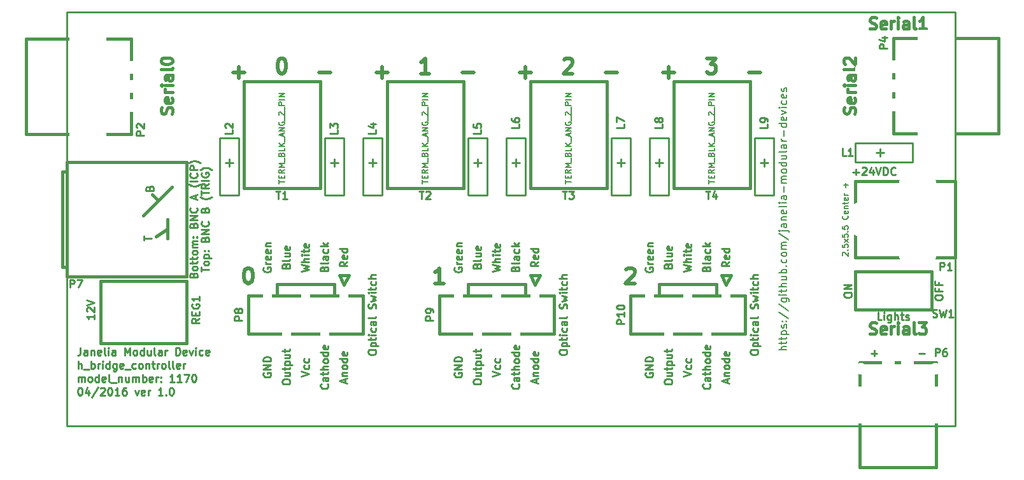
<source format=gto>
G04 #@! TF.FileFunction,Legend,Top*
%FSLAX46Y46*%
G04 Gerber Fmt 4.6, Leading zero omitted, Abs format (unit mm)*
G04 Created by KiCad (PCBNEW 0.201603210401+6634~43~ubuntu14.04.1-product) date Mon 11 Apr 2016 10:26:04 AM EDT*
%MOMM*%
G01*
G04 APERTURE LIST*
%ADD10C,0.100000*%
%ADD11C,0.508000*%
%ADD12C,0.254000*%
%ADD13C,0.381000*%
%ADD14C,0.190500*%
%ADD15C,0.228600*%
%ADD16O,1.524000X2.540000*%
%ADD17C,1.930400*%
%ADD18O,4.572000X3.556000*%
%ADD19O,4.064000X5.080000*%
%ADD20O,5.080000X3.556000*%
%ADD21O,5.080000X3.048000*%
%ADD22O,2.032000X1.524000*%
%ADD23O,1.524000X2.032000*%
%ADD24C,3.759200*%
%ADD25O,2.540000X1.524000*%
%ADD26O,1.651000X2.159000*%
%ADD27R,4.191000X1.778000*%
%ADD28C,1.600200*%
%ADD29R,5.029200X2.997200*%
%ADD30R,1.778000X4.191000*%
%ADD31R,2.997200X5.029200*%
%ADD32R,2.540000X2.540000*%
%ADD33O,2.540000X2.540000*%
%ADD34R,1.270000X3.175000*%
G04 APERTURE END LIST*
D10*
D11*
X167694429Y-109570762D02*
X167791191Y-109474000D01*
X167984714Y-109377238D01*
X168468524Y-109377238D01*
X168662048Y-109474000D01*
X168758810Y-109570762D01*
X168855571Y-109764286D01*
X168855571Y-109957810D01*
X168758810Y-110248095D01*
X167597667Y-111409238D01*
X168855571Y-111409238D01*
X143455571Y-111409238D02*
X142294429Y-111409238D01*
X142875000Y-111409238D02*
X142875000Y-109377238D01*
X142681476Y-109667524D01*
X142487952Y-109861048D01*
X142294429Y-109957810D01*
X117378238Y-109377238D02*
X117571762Y-109377238D01*
X117765286Y-109474000D01*
X117862048Y-109570762D01*
X117958810Y-109764286D01*
X118055571Y-110151333D01*
X118055571Y-110635143D01*
X117958810Y-111022190D01*
X117862048Y-111215714D01*
X117765286Y-111312476D01*
X117571762Y-111409238D01*
X117378238Y-111409238D01*
X117184714Y-111312476D01*
X117087952Y-111215714D01*
X116991191Y-111022190D01*
X116894429Y-110635143D01*
X116894429Y-110151333D01*
X116991191Y-109764286D01*
X117087952Y-109570762D01*
X117184714Y-109474000D01*
X117378238Y-109377238D01*
X184010905Y-83330143D02*
X185559095Y-83330143D01*
X164960905Y-83330143D02*
X166509095Y-83330143D01*
X172580905Y-83330143D02*
X174129095Y-83330143D01*
X173355000Y-84104238D02*
X173355000Y-82556048D01*
X153530905Y-83330143D02*
X155079095Y-83330143D01*
X154305000Y-84104238D02*
X154305000Y-82556048D01*
X178392667Y-81437238D02*
X179650571Y-81437238D01*
X178973238Y-82211333D01*
X179263524Y-82211333D01*
X179457048Y-82308095D01*
X179553810Y-82404857D01*
X179650571Y-82598381D01*
X179650571Y-83082190D01*
X179553810Y-83275714D01*
X179457048Y-83372476D01*
X179263524Y-83469238D01*
X178682952Y-83469238D01*
X178489429Y-83372476D01*
X178392667Y-83275714D01*
X159439429Y-81630762D02*
X159536191Y-81534000D01*
X159729714Y-81437238D01*
X160213524Y-81437238D01*
X160407048Y-81534000D01*
X160503810Y-81630762D01*
X160600571Y-81824286D01*
X160600571Y-82017810D01*
X160503810Y-82308095D01*
X159342667Y-83469238D01*
X160600571Y-83469238D01*
X145910905Y-83330143D02*
X147459095Y-83330143D01*
X126860905Y-83330143D02*
X128409095Y-83330143D01*
X134480905Y-83330143D02*
X136029095Y-83330143D01*
X135255000Y-84104238D02*
X135255000Y-82556048D01*
X115430905Y-83330143D02*
X116979095Y-83330143D01*
X116205000Y-84104238D02*
X116205000Y-82556048D01*
X141550571Y-83469238D02*
X140389429Y-83469238D01*
X140970000Y-83469238D02*
X140970000Y-81437238D01*
X140776476Y-81727524D01*
X140582952Y-81921048D01*
X140389429Y-82017810D01*
X121823238Y-81437238D02*
X122016762Y-81437238D01*
X122210286Y-81534000D01*
X122307048Y-81630762D01*
X122403810Y-81824286D01*
X122500571Y-82211333D01*
X122500571Y-82695143D01*
X122403810Y-83082190D01*
X122307048Y-83275714D01*
X122210286Y-83372476D01*
X122016762Y-83469238D01*
X121823238Y-83469238D01*
X121629714Y-83372476D01*
X121532952Y-83275714D01*
X121436191Y-83082190D01*
X121339429Y-82695143D01*
X121339429Y-82211333D01*
X121436191Y-81824286D01*
X121532952Y-81630762D01*
X121629714Y-81534000D01*
X121823238Y-81437238D01*
D12*
X206622953Y-120722571D02*
X207397048Y-120722571D01*
X200272953Y-120722571D02*
X201047048Y-120722571D01*
X200660000Y-121109619D02*
X200660000Y-120335524D01*
X201651810Y-116283619D02*
X201168001Y-116283619D01*
X201168001Y-115267619D01*
X201990477Y-116283619D02*
X201990477Y-115606286D01*
X201990477Y-115267619D02*
X201942096Y-115316000D01*
X201990477Y-115364381D01*
X202038858Y-115316000D01*
X201990477Y-115267619D01*
X201990477Y-115364381D01*
X202909715Y-115606286D02*
X202909715Y-116428762D01*
X202861334Y-116525524D01*
X202812953Y-116573905D01*
X202716192Y-116622286D01*
X202571049Y-116622286D01*
X202474287Y-116573905D01*
X202909715Y-116235238D02*
X202812953Y-116283619D01*
X202619430Y-116283619D01*
X202522668Y-116235238D01*
X202474287Y-116186857D01*
X202425906Y-116090095D01*
X202425906Y-115799810D01*
X202474287Y-115703048D01*
X202522668Y-115654667D01*
X202619430Y-115606286D01*
X202812953Y-115606286D01*
X202909715Y-115654667D01*
X203393525Y-116283619D02*
X203393525Y-115267619D01*
X203828953Y-116283619D02*
X203828953Y-115751429D01*
X203780572Y-115654667D01*
X203683810Y-115606286D01*
X203538668Y-115606286D01*
X203441906Y-115654667D01*
X203393525Y-115703048D01*
X204167620Y-115606286D02*
X204554668Y-115606286D01*
X204312763Y-115267619D02*
X204312763Y-116138476D01*
X204361144Y-116235238D01*
X204457906Y-116283619D01*
X204554668Y-116283619D01*
X204844953Y-116235238D02*
X204941715Y-116283619D01*
X205135239Y-116283619D01*
X205232000Y-116235238D01*
X205280381Y-116138476D01*
X205280381Y-116090095D01*
X205232000Y-115993333D01*
X205135239Y-115944952D01*
X204990096Y-115944952D01*
X204893334Y-115896571D01*
X204844953Y-115799810D01*
X204844953Y-115751429D01*
X204893334Y-115654667D01*
X204990096Y-115606286D01*
X205135239Y-115606286D01*
X205232000Y-115654667D01*
D13*
X200097571Y-118091857D02*
X200315285Y-118164429D01*
X200678142Y-118164429D01*
X200823285Y-118091857D01*
X200895856Y-118019286D01*
X200968428Y-117874143D01*
X200968428Y-117729000D01*
X200895856Y-117583857D01*
X200823285Y-117511286D01*
X200678142Y-117438714D01*
X200387856Y-117366143D01*
X200242714Y-117293571D01*
X200170142Y-117221000D01*
X200097571Y-117075857D01*
X200097571Y-116930714D01*
X200170142Y-116785571D01*
X200242714Y-116713000D01*
X200387856Y-116640429D01*
X200750714Y-116640429D01*
X200968428Y-116713000D01*
X202202143Y-118091857D02*
X202057000Y-118164429D01*
X201766714Y-118164429D01*
X201621571Y-118091857D01*
X201549000Y-117946714D01*
X201549000Y-117366143D01*
X201621571Y-117221000D01*
X201766714Y-117148429D01*
X202057000Y-117148429D01*
X202202143Y-117221000D01*
X202274714Y-117366143D01*
X202274714Y-117511286D01*
X201549000Y-117656429D01*
X202927857Y-118164429D02*
X202927857Y-117148429D01*
X202927857Y-117438714D02*
X203000429Y-117293571D01*
X203073000Y-117221000D01*
X203218143Y-117148429D01*
X203363286Y-117148429D01*
X203871286Y-118164429D02*
X203871286Y-117148429D01*
X203871286Y-116640429D02*
X203798715Y-116713000D01*
X203871286Y-116785571D01*
X203943858Y-116713000D01*
X203871286Y-116640429D01*
X203871286Y-116785571D01*
X205250143Y-118164429D02*
X205250143Y-117366143D01*
X205177572Y-117221000D01*
X205032429Y-117148429D01*
X204742143Y-117148429D01*
X204597000Y-117221000D01*
X205250143Y-118091857D02*
X205105000Y-118164429D01*
X204742143Y-118164429D01*
X204597000Y-118091857D01*
X204524429Y-117946714D01*
X204524429Y-117801571D01*
X204597000Y-117656429D01*
X204742143Y-117583857D01*
X205105000Y-117583857D01*
X205250143Y-117511286D01*
X206193571Y-118164429D02*
X206048429Y-118091857D01*
X205975857Y-117946714D01*
X205975857Y-116640429D01*
X206629000Y-116640429D02*
X207572429Y-116640429D01*
X207064429Y-117221000D01*
X207282143Y-117221000D01*
X207427286Y-117293571D01*
X207499857Y-117366143D01*
X207572429Y-117511286D01*
X207572429Y-117874143D01*
X207499857Y-118019286D01*
X207427286Y-118091857D01*
X207282143Y-118164429D01*
X206846715Y-118164429D01*
X206701572Y-118091857D01*
X206629000Y-118019286D01*
X198101857Y-88827429D02*
X198174429Y-88609715D01*
X198174429Y-88246858D01*
X198101857Y-88101715D01*
X198029286Y-88029144D01*
X197884143Y-87956572D01*
X197739000Y-87956572D01*
X197593857Y-88029144D01*
X197521286Y-88101715D01*
X197448714Y-88246858D01*
X197376143Y-88537144D01*
X197303571Y-88682286D01*
X197231000Y-88754858D01*
X197085857Y-88827429D01*
X196940714Y-88827429D01*
X196795571Y-88754858D01*
X196723000Y-88682286D01*
X196650429Y-88537144D01*
X196650429Y-88174286D01*
X196723000Y-87956572D01*
X198101857Y-86722857D02*
X198174429Y-86868000D01*
X198174429Y-87158286D01*
X198101857Y-87303429D01*
X197956714Y-87376000D01*
X197376143Y-87376000D01*
X197231000Y-87303429D01*
X197158429Y-87158286D01*
X197158429Y-86868000D01*
X197231000Y-86722857D01*
X197376143Y-86650286D01*
X197521286Y-86650286D01*
X197666429Y-87376000D01*
X198174429Y-85997143D02*
X197158429Y-85997143D01*
X197448714Y-85997143D02*
X197303571Y-85924571D01*
X197231000Y-85852000D01*
X197158429Y-85706857D01*
X197158429Y-85561714D01*
X198174429Y-85053714D02*
X197158429Y-85053714D01*
X196650429Y-85053714D02*
X196723000Y-85126285D01*
X196795571Y-85053714D01*
X196723000Y-84981142D01*
X196650429Y-85053714D01*
X196795571Y-85053714D01*
X198174429Y-83674857D02*
X197376143Y-83674857D01*
X197231000Y-83747428D01*
X197158429Y-83892571D01*
X197158429Y-84182857D01*
X197231000Y-84328000D01*
X198101857Y-83674857D02*
X198174429Y-83820000D01*
X198174429Y-84182857D01*
X198101857Y-84328000D01*
X197956714Y-84400571D01*
X197811571Y-84400571D01*
X197666429Y-84328000D01*
X197593857Y-84182857D01*
X197593857Y-83820000D01*
X197521286Y-83674857D01*
X198174429Y-82731429D02*
X198101857Y-82876571D01*
X197956714Y-82949143D01*
X196650429Y-82949143D01*
X196795571Y-82223428D02*
X196723000Y-82150857D01*
X196650429Y-82005714D01*
X196650429Y-81642857D01*
X196723000Y-81497714D01*
X196795571Y-81425143D01*
X196940714Y-81352571D01*
X197085857Y-81352571D01*
X197303571Y-81425143D01*
X198174429Y-82296000D01*
X198174429Y-81352571D01*
X200097571Y-77451857D02*
X200315285Y-77524429D01*
X200678142Y-77524429D01*
X200823285Y-77451857D01*
X200895856Y-77379286D01*
X200968428Y-77234143D01*
X200968428Y-77089000D01*
X200895856Y-76943857D01*
X200823285Y-76871286D01*
X200678142Y-76798714D01*
X200387856Y-76726143D01*
X200242714Y-76653571D01*
X200170142Y-76581000D01*
X200097571Y-76435857D01*
X200097571Y-76290714D01*
X200170142Y-76145571D01*
X200242714Y-76073000D01*
X200387856Y-76000429D01*
X200750714Y-76000429D01*
X200968428Y-76073000D01*
X202202143Y-77451857D02*
X202057000Y-77524429D01*
X201766714Y-77524429D01*
X201621571Y-77451857D01*
X201549000Y-77306714D01*
X201549000Y-76726143D01*
X201621571Y-76581000D01*
X201766714Y-76508429D01*
X202057000Y-76508429D01*
X202202143Y-76581000D01*
X202274714Y-76726143D01*
X202274714Y-76871286D01*
X201549000Y-77016429D01*
X202927857Y-77524429D02*
X202927857Y-76508429D01*
X202927857Y-76798714D02*
X203000429Y-76653571D01*
X203073000Y-76581000D01*
X203218143Y-76508429D01*
X203363286Y-76508429D01*
X203871286Y-77524429D02*
X203871286Y-76508429D01*
X203871286Y-76000429D02*
X203798715Y-76073000D01*
X203871286Y-76145571D01*
X203943858Y-76073000D01*
X203871286Y-76000429D01*
X203871286Y-76145571D01*
X205250143Y-77524429D02*
X205250143Y-76726143D01*
X205177572Y-76581000D01*
X205032429Y-76508429D01*
X204742143Y-76508429D01*
X204597000Y-76581000D01*
X205250143Y-77451857D02*
X205105000Y-77524429D01*
X204742143Y-77524429D01*
X204597000Y-77451857D01*
X204524429Y-77306714D01*
X204524429Y-77161571D01*
X204597000Y-77016429D01*
X204742143Y-76943857D01*
X205105000Y-76943857D01*
X205250143Y-76871286D01*
X206193571Y-77524429D02*
X206048429Y-77451857D01*
X205975857Y-77306714D01*
X205975857Y-76000429D01*
X207572429Y-77524429D02*
X206701572Y-77524429D01*
X207137000Y-77524429D02*
X207137000Y-76000429D01*
X206991857Y-76218143D01*
X206846715Y-76363286D01*
X206701572Y-76435857D01*
X107296857Y-88827429D02*
X107369429Y-88609715D01*
X107369429Y-88246858D01*
X107296857Y-88101715D01*
X107224286Y-88029144D01*
X107079143Y-87956572D01*
X106934000Y-87956572D01*
X106788857Y-88029144D01*
X106716286Y-88101715D01*
X106643714Y-88246858D01*
X106571143Y-88537144D01*
X106498571Y-88682286D01*
X106426000Y-88754858D01*
X106280857Y-88827429D01*
X106135714Y-88827429D01*
X105990571Y-88754858D01*
X105918000Y-88682286D01*
X105845429Y-88537144D01*
X105845429Y-88174286D01*
X105918000Y-87956572D01*
X107296857Y-86722857D02*
X107369429Y-86868000D01*
X107369429Y-87158286D01*
X107296857Y-87303429D01*
X107151714Y-87376000D01*
X106571143Y-87376000D01*
X106426000Y-87303429D01*
X106353429Y-87158286D01*
X106353429Y-86868000D01*
X106426000Y-86722857D01*
X106571143Y-86650286D01*
X106716286Y-86650286D01*
X106861429Y-87376000D01*
X107369429Y-85997143D02*
X106353429Y-85997143D01*
X106643714Y-85997143D02*
X106498571Y-85924571D01*
X106426000Y-85852000D01*
X106353429Y-85706857D01*
X106353429Y-85561714D01*
X107369429Y-85053714D02*
X106353429Y-85053714D01*
X105845429Y-85053714D02*
X105918000Y-85126285D01*
X105990571Y-85053714D01*
X105918000Y-84981142D01*
X105845429Y-85053714D01*
X105990571Y-85053714D01*
X107369429Y-83674857D02*
X106571143Y-83674857D01*
X106426000Y-83747428D01*
X106353429Y-83892571D01*
X106353429Y-84182857D01*
X106426000Y-84328000D01*
X107296857Y-83674857D02*
X107369429Y-83820000D01*
X107369429Y-84182857D01*
X107296857Y-84328000D01*
X107151714Y-84400571D01*
X107006571Y-84400571D01*
X106861429Y-84328000D01*
X106788857Y-84182857D01*
X106788857Y-83820000D01*
X106716286Y-83674857D01*
X107369429Y-82731429D02*
X107296857Y-82876571D01*
X107151714Y-82949143D01*
X105845429Y-82949143D01*
X105845429Y-81860571D02*
X105845429Y-81715428D01*
X105918000Y-81570285D01*
X105990571Y-81497714D01*
X106135714Y-81425143D01*
X106426000Y-81352571D01*
X106788857Y-81352571D01*
X107079143Y-81425143D01*
X107224286Y-81497714D01*
X107296857Y-81570285D01*
X107369429Y-81715428D01*
X107369429Y-81860571D01*
X107296857Y-82005714D01*
X107224286Y-82078285D01*
X107079143Y-82150857D01*
X106788857Y-82223428D01*
X106426000Y-82223428D01*
X106135714Y-82150857D01*
X105990571Y-82078285D01*
X105918000Y-82005714D01*
X105845429Y-81860571D01*
D14*
X196505286Y-107732285D02*
X196469000Y-107695999D01*
X196432714Y-107623428D01*
X196432714Y-107441999D01*
X196469000Y-107369428D01*
X196505286Y-107333142D01*
X196577857Y-107296857D01*
X196650429Y-107296857D01*
X196759286Y-107333142D01*
X197194714Y-107768571D01*
X197194714Y-107296857D01*
X197122143Y-106970285D02*
X197158429Y-106934000D01*
X197194714Y-106970285D01*
X197158429Y-107006571D01*
X197122143Y-106970285D01*
X197194714Y-106970285D01*
X196432714Y-106244571D02*
X196432714Y-106607428D01*
X196795571Y-106643714D01*
X196759286Y-106607428D01*
X196723000Y-106534857D01*
X196723000Y-106353428D01*
X196759286Y-106280857D01*
X196795571Y-106244571D01*
X196868143Y-106208286D01*
X197049571Y-106208286D01*
X197122143Y-106244571D01*
X197158429Y-106280857D01*
X197194714Y-106353428D01*
X197194714Y-106534857D01*
X197158429Y-106607428D01*
X197122143Y-106643714D01*
X197194714Y-105954286D02*
X196686714Y-105555143D01*
X196686714Y-105954286D02*
X197194714Y-105555143D01*
X196432714Y-104902000D02*
X196432714Y-105264857D01*
X196795571Y-105301143D01*
X196759286Y-105264857D01*
X196723000Y-105192286D01*
X196723000Y-105010857D01*
X196759286Y-104938286D01*
X196795571Y-104902000D01*
X196868143Y-104865715D01*
X197049571Y-104865715D01*
X197122143Y-104902000D01*
X197158429Y-104938286D01*
X197194714Y-105010857D01*
X197194714Y-105192286D01*
X197158429Y-105264857D01*
X197122143Y-105301143D01*
X197122143Y-104539143D02*
X197158429Y-104502858D01*
X197194714Y-104539143D01*
X197158429Y-104575429D01*
X197122143Y-104539143D01*
X197194714Y-104539143D01*
X196432714Y-103813429D02*
X196432714Y-104176286D01*
X196795571Y-104212572D01*
X196759286Y-104176286D01*
X196723000Y-104103715D01*
X196723000Y-103922286D01*
X196759286Y-103849715D01*
X196795571Y-103813429D01*
X196868143Y-103777144D01*
X197049571Y-103777144D01*
X197122143Y-103813429D01*
X197158429Y-103849715D01*
X197194714Y-103922286D01*
X197194714Y-104103715D01*
X197158429Y-104176286D01*
X197122143Y-104212572D01*
X197122143Y-102434573D02*
X197158429Y-102470859D01*
X197194714Y-102579716D01*
X197194714Y-102652287D01*
X197158429Y-102761144D01*
X197085857Y-102833716D01*
X197013286Y-102870001D01*
X196868143Y-102906287D01*
X196759286Y-102906287D01*
X196614143Y-102870001D01*
X196541571Y-102833716D01*
X196469000Y-102761144D01*
X196432714Y-102652287D01*
X196432714Y-102579716D01*
X196469000Y-102470859D01*
X196505286Y-102434573D01*
X197158429Y-101817716D02*
X197194714Y-101890287D01*
X197194714Y-102035430D01*
X197158429Y-102108001D01*
X197085857Y-102144287D01*
X196795571Y-102144287D01*
X196723000Y-102108001D01*
X196686714Y-102035430D01*
X196686714Y-101890287D01*
X196723000Y-101817716D01*
X196795571Y-101781430D01*
X196868143Y-101781430D01*
X196940714Y-102144287D01*
X196686714Y-101454858D02*
X197194714Y-101454858D01*
X196759286Y-101454858D02*
X196723000Y-101418573D01*
X196686714Y-101346001D01*
X196686714Y-101237144D01*
X196723000Y-101164573D01*
X196795571Y-101128287D01*
X197194714Y-101128287D01*
X196686714Y-100874287D02*
X196686714Y-100584001D01*
X196432714Y-100765429D02*
X197085857Y-100765429D01*
X197158429Y-100729144D01*
X197194714Y-100656572D01*
X197194714Y-100584001D01*
X197158429Y-100039715D02*
X197194714Y-100112286D01*
X197194714Y-100257429D01*
X197158429Y-100330000D01*
X197085857Y-100366286D01*
X196795571Y-100366286D01*
X196723000Y-100330000D01*
X196686714Y-100257429D01*
X196686714Y-100112286D01*
X196723000Y-100039715D01*
X196795571Y-100003429D01*
X196868143Y-100003429D01*
X196940714Y-100366286D01*
X197194714Y-99676857D02*
X196686714Y-99676857D01*
X196831857Y-99676857D02*
X196759286Y-99640572D01*
X196723000Y-99604286D01*
X196686714Y-99531715D01*
X196686714Y-99459143D01*
X196904429Y-98624572D02*
X196904429Y-98044001D01*
X197194714Y-98334287D02*
X196614143Y-98334287D01*
D15*
X211455000Y-75311000D02*
X93345000Y-75311000D01*
X211455000Y-130429000D02*
X211455000Y-75311000D01*
X93345000Y-130429000D02*
X211455000Y-130429000D01*
X93345000Y-75311000D02*
X93345000Y-130429000D01*
D12*
X96979619Y-115563952D02*
X96979619Y-116144523D01*
X96979619Y-115854237D02*
X95963619Y-115854237D01*
X96108762Y-115950999D01*
X96205524Y-116047761D01*
X96253905Y-116144523D01*
X96060381Y-115176904D02*
X96012000Y-115128523D01*
X95963619Y-115031761D01*
X95963619Y-114789857D01*
X96012000Y-114693095D01*
X96060381Y-114644714D01*
X96157143Y-114596333D01*
X96253905Y-114596333D01*
X96399048Y-114644714D01*
X96979619Y-115225285D01*
X96979619Y-114596333D01*
X95963619Y-114306047D02*
X96979619Y-113967380D01*
X95963619Y-113628714D01*
X197853905Y-96592571D02*
X198628000Y-96592571D01*
X198240952Y-96979619D02*
X198240952Y-96205524D01*
X199063429Y-96060381D02*
X199111810Y-96012000D01*
X199208572Y-95963619D01*
X199450476Y-95963619D01*
X199547238Y-96012000D01*
X199595619Y-96060381D01*
X199644000Y-96157143D01*
X199644000Y-96253905D01*
X199595619Y-96399048D01*
X199015048Y-96979619D01*
X199644000Y-96979619D01*
X200514857Y-96302286D02*
X200514857Y-96979619D01*
X200272953Y-95915238D02*
X200031048Y-96640952D01*
X200660000Y-96640952D01*
X200901905Y-95963619D02*
X201240572Y-96979619D01*
X201579238Y-95963619D01*
X201917905Y-96979619D02*
X201917905Y-95963619D01*
X202159810Y-95963619D01*
X202304952Y-96012000D01*
X202401714Y-96108762D01*
X202450095Y-96205524D01*
X202498476Y-96399048D01*
X202498476Y-96544190D01*
X202450095Y-96737714D01*
X202401714Y-96834476D01*
X202304952Y-96931238D01*
X202159810Y-96979619D01*
X201917905Y-96979619D01*
X203514476Y-96882857D02*
X203466095Y-96931238D01*
X203320952Y-96979619D01*
X203224190Y-96979619D01*
X203079048Y-96931238D01*
X202982286Y-96834476D01*
X202933905Y-96737714D01*
X202885524Y-96544190D01*
X202885524Y-96399048D01*
X202933905Y-96205524D01*
X202982286Y-96108762D01*
X203079048Y-96012000D01*
X203224190Y-95963619D01*
X203320952Y-95963619D01*
X203466095Y-96012000D01*
X203514476Y-96060381D01*
D14*
X189054619Y-120287142D02*
X188038619Y-120287142D01*
X189054619Y-119851714D02*
X188522429Y-119851714D01*
X188425667Y-119900095D01*
X188377286Y-119996857D01*
X188377286Y-120141999D01*
X188425667Y-120238761D01*
X188474048Y-120287142D01*
X188377286Y-119513047D02*
X188377286Y-119125999D01*
X188038619Y-119367904D02*
X188909476Y-119367904D01*
X189006238Y-119319523D01*
X189054619Y-119222761D01*
X189054619Y-119125999D01*
X188377286Y-118932476D02*
X188377286Y-118545428D01*
X188038619Y-118787333D02*
X188909476Y-118787333D01*
X189006238Y-118738952D01*
X189054619Y-118642190D01*
X189054619Y-118545428D01*
X188377286Y-118206762D02*
X189393286Y-118206762D01*
X188425667Y-118206762D02*
X188377286Y-118110000D01*
X188377286Y-117916477D01*
X188425667Y-117819715D01*
X188474048Y-117771334D01*
X188570810Y-117722953D01*
X188861095Y-117722953D01*
X188957857Y-117771334D01*
X189006238Y-117819715D01*
X189054619Y-117916477D01*
X189054619Y-118110000D01*
X189006238Y-118206762D01*
X189006238Y-117335905D02*
X189054619Y-117239143D01*
X189054619Y-117045619D01*
X189006238Y-116948858D01*
X188909476Y-116900477D01*
X188861095Y-116900477D01*
X188764333Y-116948858D01*
X188715952Y-117045619D01*
X188715952Y-117190762D01*
X188667571Y-117287524D01*
X188570810Y-117335905D01*
X188522429Y-117335905D01*
X188425667Y-117287524D01*
X188377286Y-117190762D01*
X188377286Y-117045619D01*
X188425667Y-116948858D01*
X188957857Y-116465048D02*
X189006238Y-116416667D01*
X189054619Y-116465048D01*
X189006238Y-116513429D01*
X188957857Y-116465048D01*
X189054619Y-116465048D01*
X188425667Y-116465048D02*
X188474048Y-116416667D01*
X188522429Y-116465048D01*
X188474048Y-116513429D01*
X188425667Y-116465048D01*
X188522429Y-116465048D01*
X187990238Y-115255524D02*
X189296524Y-116126381D01*
X187990238Y-114191143D02*
X189296524Y-115062000D01*
X188377286Y-113417048D02*
X189199762Y-113417048D01*
X189296524Y-113465429D01*
X189344905Y-113513810D01*
X189393286Y-113610571D01*
X189393286Y-113755714D01*
X189344905Y-113852476D01*
X189006238Y-113417048D02*
X189054619Y-113513810D01*
X189054619Y-113707333D01*
X189006238Y-113804095D01*
X188957857Y-113852476D01*
X188861095Y-113900857D01*
X188570810Y-113900857D01*
X188474048Y-113852476D01*
X188425667Y-113804095D01*
X188377286Y-113707333D01*
X188377286Y-113513810D01*
X188425667Y-113417048D01*
X189054619Y-112933238D02*
X188377286Y-112933238D01*
X188038619Y-112933238D02*
X188087000Y-112981619D01*
X188135381Y-112933238D01*
X188087000Y-112884857D01*
X188038619Y-112933238D01*
X188135381Y-112933238D01*
X188377286Y-112594571D02*
X188377286Y-112207523D01*
X188038619Y-112449428D02*
X188909476Y-112449428D01*
X189006238Y-112401047D01*
X189054619Y-112304285D01*
X189054619Y-112207523D01*
X189054619Y-111868857D02*
X188038619Y-111868857D01*
X189054619Y-111433429D02*
X188522429Y-111433429D01*
X188425667Y-111481810D01*
X188377286Y-111578572D01*
X188377286Y-111723714D01*
X188425667Y-111820476D01*
X188474048Y-111868857D01*
X188377286Y-110514191D02*
X189054619Y-110514191D01*
X188377286Y-110949619D02*
X188909476Y-110949619D01*
X189006238Y-110901238D01*
X189054619Y-110804476D01*
X189054619Y-110659334D01*
X189006238Y-110562572D01*
X188957857Y-110514191D01*
X189054619Y-110030381D02*
X188038619Y-110030381D01*
X188425667Y-110030381D02*
X188377286Y-109933619D01*
X188377286Y-109740096D01*
X188425667Y-109643334D01*
X188474048Y-109594953D01*
X188570810Y-109546572D01*
X188861095Y-109546572D01*
X188957857Y-109594953D01*
X189006238Y-109643334D01*
X189054619Y-109740096D01*
X189054619Y-109933619D01*
X189006238Y-110030381D01*
X188957857Y-109111143D02*
X189006238Y-109062762D01*
X189054619Y-109111143D01*
X189006238Y-109159524D01*
X188957857Y-109111143D01*
X189054619Y-109111143D01*
X189006238Y-108191905D02*
X189054619Y-108288667D01*
X189054619Y-108482190D01*
X189006238Y-108578952D01*
X188957857Y-108627333D01*
X188861095Y-108675714D01*
X188570810Y-108675714D01*
X188474048Y-108627333D01*
X188425667Y-108578952D01*
X188377286Y-108482190D01*
X188377286Y-108288667D01*
X188425667Y-108191905D01*
X189054619Y-107611333D02*
X189006238Y-107708095D01*
X188957857Y-107756476D01*
X188861095Y-107804857D01*
X188570810Y-107804857D01*
X188474048Y-107756476D01*
X188425667Y-107708095D01*
X188377286Y-107611333D01*
X188377286Y-107466191D01*
X188425667Y-107369429D01*
X188474048Y-107321048D01*
X188570810Y-107272667D01*
X188861095Y-107272667D01*
X188957857Y-107321048D01*
X189006238Y-107369429D01*
X189054619Y-107466191D01*
X189054619Y-107611333D01*
X189054619Y-106837238D02*
X188377286Y-106837238D01*
X188474048Y-106837238D02*
X188425667Y-106788857D01*
X188377286Y-106692095D01*
X188377286Y-106546953D01*
X188425667Y-106450191D01*
X188522429Y-106401810D01*
X189054619Y-106401810D01*
X188522429Y-106401810D02*
X188425667Y-106353429D01*
X188377286Y-106256667D01*
X188377286Y-106111524D01*
X188425667Y-106014762D01*
X188522429Y-105966381D01*
X189054619Y-105966381D01*
X187990238Y-104756857D02*
X189296524Y-105627714D01*
X188377286Y-104418190D02*
X189248143Y-104418190D01*
X189344905Y-104466571D01*
X189393286Y-104563333D01*
X189393286Y-104611714D01*
X188038619Y-104418190D02*
X188087000Y-104466571D01*
X188135381Y-104418190D01*
X188087000Y-104369809D01*
X188038619Y-104418190D01*
X188135381Y-104418190D01*
X189054619Y-103498952D02*
X188522429Y-103498952D01*
X188425667Y-103547333D01*
X188377286Y-103644095D01*
X188377286Y-103837618D01*
X188425667Y-103934380D01*
X189006238Y-103498952D02*
X189054619Y-103595714D01*
X189054619Y-103837618D01*
X189006238Y-103934380D01*
X188909476Y-103982761D01*
X188812714Y-103982761D01*
X188715952Y-103934380D01*
X188667571Y-103837618D01*
X188667571Y-103595714D01*
X188619190Y-103498952D01*
X188377286Y-103015142D02*
X189054619Y-103015142D01*
X188474048Y-103015142D02*
X188425667Y-102966761D01*
X188377286Y-102869999D01*
X188377286Y-102724857D01*
X188425667Y-102628095D01*
X188522429Y-102579714D01*
X189054619Y-102579714D01*
X189006238Y-101708857D02*
X189054619Y-101805619D01*
X189054619Y-101999142D01*
X189006238Y-102095904D01*
X188909476Y-102144285D01*
X188522429Y-102144285D01*
X188425667Y-102095904D01*
X188377286Y-101999142D01*
X188377286Y-101805619D01*
X188425667Y-101708857D01*
X188522429Y-101660476D01*
X188619190Y-101660476D01*
X188715952Y-102144285D01*
X189054619Y-101079904D02*
X189006238Y-101176666D01*
X188909476Y-101225047D01*
X188038619Y-101225047D01*
X189054619Y-100692857D02*
X188377286Y-100692857D01*
X188038619Y-100692857D02*
X188087000Y-100741238D01*
X188135381Y-100692857D01*
X188087000Y-100644476D01*
X188038619Y-100692857D01*
X188135381Y-100692857D01*
X189054619Y-99773619D02*
X188522429Y-99773619D01*
X188425667Y-99822000D01*
X188377286Y-99918762D01*
X188377286Y-100112285D01*
X188425667Y-100209047D01*
X189006238Y-99773619D02*
X189054619Y-99870381D01*
X189054619Y-100112285D01*
X189006238Y-100209047D01*
X188909476Y-100257428D01*
X188812714Y-100257428D01*
X188715952Y-100209047D01*
X188667571Y-100112285D01*
X188667571Y-99870381D01*
X188619190Y-99773619D01*
X188667571Y-99289809D02*
X188667571Y-98515714D01*
X189054619Y-98031904D02*
X188377286Y-98031904D01*
X188474048Y-98031904D02*
X188425667Y-97983523D01*
X188377286Y-97886761D01*
X188377286Y-97741619D01*
X188425667Y-97644857D01*
X188522429Y-97596476D01*
X189054619Y-97596476D01*
X188522429Y-97596476D02*
X188425667Y-97548095D01*
X188377286Y-97451333D01*
X188377286Y-97306190D01*
X188425667Y-97209428D01*
X188522429Y-97161047D01*
X189054619Y-97161047D01*
X189054619Y-96532094D02*
X189006238Y-96628856D01*
X188957857Y-96677237D01*
X188861095Y-96725618D01*
X188570810Y-96725618D01*
X188474048Y-96677237D01*
X188425667Y-96628856D01*
X188377286Y-96532094D01*
X188377286Y-96386952D01*
X188425667Y-96290190D01*
X188474048Y-96241809D01*
X188570810Y-96193428D01*
X188861095Y-96193428D01*
X188957857Y-96241809D01*
X189006238Y-96290190D01*
X189054619Y-96386952D01*
X189054619Y-96532094D01*
X189054619Y-95322571D02*
X188038619Y-95322571D01*
X189006238Y-95322571D02*
X189054619Y-95419333D01*
X189054619Y-95612856D01*
X189006238Y-95709618D01*
X188957857Y-95757999D01*
X188861095Y-95806380D01*
X188570810Y-95806380D01*
X188474048Y-95757999D01*
X188425667Y-95709618D01*
X188377286Y-95612856D01*
X188377286Y-95419333D01*
X188425667Y-95322571D01*
X188377286Y-94403333D02*
X189054619Y-94403333D01*
X188377286Y-94838761D02*
X188909476Y-94838761D01*
X189006238Y-94790380D01*
X189054619Y-94693618D01*
X189054619Y-94548476D01*
X189006238Y-94451714D01*
X188957857Y-94403333D01*
X189054619Y-93774380D02*
X189006238Y-93871142D01*
X188909476Y-93919523D01*
X188038619Y-93919523D01*
X189054619Y-92951905D02*
X188522429Y-92951905D01*
X188425667Y-93000286D01*
X188377286Y-93097048D01*
X188377286Y-93290571D01*
X188425667Y-93387333D01*
X189006238Y-92951905D02*
X189054619Y-93048667D01*
X189054619Y-93290571D01*
X189006238Y-93387333D01*
X188909476Y-93435714D01*
X188812714Y-93435714D01*
X188715952Y-93387333D01*
X188667571Y-93290571D01*
X188667571Y-93048667D01*
X188619190Y-92951905D01*
X189054619Y-92468095D02*
X188377286Y-92468095D01*
X188570810Y-92468095D02*
X188474048Y-92419714D01*
X188425667Y-92371333D01*
X188377286Y-92274571D01*
X188377286Y-92177810D01*
X188667571Y-91839143D02*
X188667571Y-91065048D01*
X189054619Y-90145810D02*
X188038619Y-90145810D01*
X189006238Y-90145810D02*
X189054619Y-90242572D01*
X189054619Y-90436095D01*
X189006238Y-90532857D01*
X188957857Y-90581238D01*
X188861095Y-90629619D01*
X188570810Y-90629619D01*
X188474048Y-90581238D01*
X188425667Y-90532857D01*
X188377286Y-90436095D01*
X188377286Y-90242572D01*
X188425667Y-90145810D01*
X189006238Y-89274953D02*
X189054619Y-89371715D01*
X189054619Y-89565238D01*
X189006238Y-89662000D01*
X188909476Y-89710381D01*
X188522429Y-89710381D01*
X188425667Y-89662000D01*
X188377286Y-89565238D01*
X188377286Y-89371715D01*
X188425667Y-89274953D01*
X188522429Y-89226572D01*
X188619190Y-89226572D01*
X188715952Y-89710381D01*
X188377286Y-88887905D02*
X189054619Y-88646000D01*
X188377286Y-88404096D01*
X189054619Y-88017048D02*
X188377286Y-88017048D01*
X188038619Y-88017048D02*
X188087000Y-88065429D01*
X188135381Y-88017048D01*
X188087000Y-87968667D01*
X188038619Y-88017048D01*
X188135381Y-88017048D01*
X189006238Y-87097810D02*
X189054619Y-87194572D01*
X189054619Y-87388095D01*
X189006238Y-87484857D01*
X188957857Y-87533238D01*
X188861095Y-87581619D01*
X188570810Y-87581619D01*
X188474048Y-87533238D01*
X188425667Y-87484857D01*
X188377286Y-87388095D01*
X188377286Y-87194572D01*
X188425667Y-87097810D01*
X189006238Y-86275334D02*
X189054619Y-86372096D01*
X189054619Y-86565619D01*
X189006238Y-86662381D01*
X188909476Y-86710762D01*
X188522429Y-86710762D01*
X188425667Y-86662381D01*
X188377286Y-86565619D01*
X188377286Y-86372096D01*
X188425667Y-86275334D01*
X188522429Y-86226953D01*
X188619190Y-86226953D01*
X188715952Y-86710762D01*
X189006238Y-85839905D02*
X189054619Y-85743143D01*
X189054619Y-85549619D01*
X189006238Y-85452858D01*
X188909476Y-85404477D01*
X188861095Y-85404477D01*
X188764333Y-85452858D01*
X188715952Y-85549619D01*
X188715952Y-85694762D01*
X188667571Y-85791524D01*
X188570810Y-85839905D01*
X188522429Y-85839905D01*
X188425667Y-85791524D01*
X188377286Y-85694762D01*
X188377286Y-85549619D01*
X188425667Y-85452858D01*
D12*
X95147190Y-119966619D02*
X95147190Y-120692333D01*
X95098810Y-120837476D01*
X95002048Y-120934238D01*
X94856905Y-120982619D01*
X94760143Y-120982619D01*
X96066428Y-120982619D02*
X96066428Y-120450429D01*
X96018047Y-120353667D01*
X95921285Y-120305286D01*
X95727762Y-120305286D01*
X95631000Y-120353667D01*
X96066428Y-120934238D02*
X95969666Y-120982619D01*
X95727762Y-120982619D01*
X95631000Y-120934238D01*
X95582619Y-120837476D01*
X95582619Y-120740714D01*
X95631000Y-120643952D01*
X95727762Y-120595571D01*
X95969666Y-120595571D01*
X96066428Y-120547190D01*
X96550238Y-120305286D02*
X96550238Y-120982619D01*
X96550238Y-120402048D02*
X96598619Y-120353667D01*
X96695381Y-120305286D01*
X96840523Y-120305286D01*
X96937285Y-120353667D01*
X96985666Y-120450429D01*
X96985666Y-120982619D01*
X97856523Y-120934238D02*
X97759761Y-120982619D01*
X97566238Y-120982619D01*
X97469476Y-120934238D01*
X97421095Y-120837476D01*
X97421095Y-120450429D01*
X97469476Y-120353667D01*
X97566238Y-120305286D01*
X97759761Y-120305286D01*
X97856523Y-120353667D01*
X97904904Y-120450429D01*
X97904904Y-120547190D01*
X97421095Y-120643952D01*
X98485476Y-120982619D02*
X98388714Y-120934238D01*
X98340333Y-120837476D01*
X98340333Y-119966619D01*
X98872523Y-120982619D02*
X98872523Y-120305286D01*
X98872523Y-119966619D02*
X98824142Y-120015000D01*
X98872523Y-120063381D01*
X98920904Y-120015000D01*
X98872523Y-119966619D01*
X98872523Y-120063381D01*
X99791761Y-120982619D02*
X99791761Y-120450429D01*
X99743380Y-120353667D01*
X99646618Y-120305286D01*
X99453095Y-120305286D01*
X99356333Y-120353667D01*
X99791761Y-120934238D02*
X99694999Y-120982619D01*
X99453095Y-120982619D01*
X99356333Y-120934238D01*
X99307952Y-120837476D01*
X99307952Y-120740714D01*
X99356333Y-120643952D01*
X99453095Y-120595571D01*
X99694999Y-120595571D01*
X99791761Y-120547190D01*
X101049666Y-120982619D02*
X101049666Y-119966619D01*
X101388332Y-120692333D01*
X101726999Y-119966619D01*
X101726999Y-120982619D01*
X102355952Y-120982619D02*
X102259190Y-120934238D01*
X102210809Y-120885857D01*
X102162428Y-120789095D01*
X102162428Y-120498810D01*
X102210809Y-120402048D01*
X102259190Y-120353667D01*
X102355952Y-120305286D01*
X102501094Y-120305286D01*
X102597856Y-120353667D01*
X102646237Y-120402048D01*
X102694618Y-120498810D01*
X102694618Y-120789095D01*
X102646237Y-120885857D01*
X102597856Y-120934238D01*
X102501094Y-120982619D01*
X102355952Y-120982619D01*
X103565475Y-120982619D02*
X103565475Y-119966619D01*
X103565475Y-120934238D02*
X103468713Y-120982619D01*
X103275190Y-120982619D01*
X103178428Y-120934238D01*
X103130047Y-120885857D01*
X103081666Y-120789095D01*
X103081666Y-120498810D01*
X103130047Y-120402048D01*
X103178428Y-120353667D01*
X103275190Y-120305286D01*
X103468713Y-120305286D01*
X103565475Y-120353667D01*
X104484713Y-120305286D02*
X104484713Y-120982619D01*
X104049285Y-120305286D02*
X104049285Y-120837476D01*
X104097666Y-120934238D01*
X104194428Y-120982619D01*
X104339570Y-120982619D01*
X104436332Y-120934238D01*
X104484713Y-120885857D01*
X105113666Y-120982619D02*
X105016904Y-120934238D01*
X104968523Y-120837476D01*
X104968523Y-119966619D01*
X105936141Y-120982619D02*
X105936141Y-120450429D01*
X105887760Y-120353667D01*
X105790998Y-120305286D01*
X105597475Y-120305286D01*
X105500713Y-120353667D01*
X105936141Y-120934238D02*
X105839379Y-120982619D01*
X105597475Y-120982619D01*
X105500713Y-120934238D01*
X105452332Y-120837476D01*
X105452332Y-120740714D01*
X105500713Y-120643952D01*
X105597475Y-120595571D01*
X105839379Y-120595571D01*
X105936141Y-120547190D01*
X106419951Y-120982619D02*
X106419951Y-120305286D01*
X106419951Y-120498810D02*
X106468332Y-120402048D01*
X106516713Y-120353667D01*
X106613475Y-120305286D01*
X106710236Y-120305286D01*
X107822998Y-120982619D02*
X107822998Y-119966619D01*
X108064903Y-119966619D01*
X108210045Y-120015000D01*
X108306807Y-120111762D01*
X108355188Y-120208524D01*
X108403569Y-120402048D01*
X108403569Y-120547190D01*
X108355188Y-120740714D01*
X108306807Y-120837476D01*
X108210045Y-120934238D01*
X108064903Y-120982619D01*
X107822998Y-120982619D01*
X109226045Y-120934238D02*
X109129283Y-120982619D01*
X108935760Y-120982619D01*
X108838998Y-120934238D01*
X108790617Y-120837476D01*
X108790617Y-120450429D01*
X108838998Y-120353667D01*
X108935760Y-120305286D01*
X109129283Y-120305286D01*
X109226045Y-120353667D01*
X109274426Y-120450429D01*
X109274426Y-120547190D01*
X108790617Y-120643952D01*
X109613093Y-120305286D02*
X109854998Y-120982619D01*
X110096902Y-120305286D01*
X110483950Y-120982619D02*
X110483950Y-120305286D01*
X110483950Y-119966619D02*
X110435569Y-120015000D01*
X110483950Y-120063381D01*
X110532331Y-120015000D01*
X110483950Y-119966619D01*
X110483950Y-120063381D01*
X111403188Y-120934238D02*
X111306426Y-120982619D01*
X111112903Y-120982619D01*
X111016141Y-120934238D01*
X110967760Y-120885857D01*
X110919379Y-120789095D01*
X110919379Y-120498810D01*
X110967760Y-120402048D01*
X111016141Y-120353667D01*
X111112903Y-120305286D01*
X111306426Y-120305286D01*
X111403188Y-120353667D01*
X112225664Y-120934238D02*
X112128902Y-120982619D01*
X111935379Y-120982619D01*
X111838617Y-120934238D01*
X111790236Y-120837476D01*
X111790236Y-120450429D01*
X111838617Y-120353667D01*
X111935379Y-120305286D01*
X112128902Y-120305286D01*
X112225664Y-120353667D01*
X112274045Y-120450429D01*
X112274045Y-120547190D01*
X111790236Y-120643952D01*
X94856905Y-122760619D02*
X94856905Y-121744619D01*
X95292333Y-122760619D02*
X95292333Y-122228429D01*
X95243952Y-122131667D01*
X95147190Y-122083286D01*
X95002048Y-122083286D01*
X94905286Y-122131667D01*
X94856905Y-122180048D01*
X95534238Y-122857381D02*
X96308333Y-122857381D01*
X96550238Y-122760619D02*
X96550238Y-121744619D01*
X96550238Y-122131667D02*
X96647000Y-122083286D01*
X96840523Y-122083286D01*
X96937285Y-122131667D01*
X96985666Y-122180048D01*
X97034047Y-122276810D01*
X97034047Y-122567095D01*
X96985666Y-122663857D01*
X96937285Y-122712238D01*
X96840523Y-122760619D01*
X96647000Y-122760619D01*
X96550238Y-122712238D01*
X97469476Y-122760619D02*
X97469476Y-122083286D01*
X97469476Y-122276810D02*
X97517857Y-122180048D01*
X97566238Y-122131667D01*
X97663000Y-122083286D01*
X97759761Y-122083286D01*
X98098428Y-122760619D02*
X98098428Y-122083286D01*
X98098428Y-121744619D02*
X98050047Y-121793000D01*
X98098428Y-121841381D01*
X98146809Y-121793000D01*
X98098428Y-121744619D01*
X98098428Y-121841381D01*
X99017666Y-122760619D02*
X99017666Y-121744619D01*
X99017666Y-122712238D02*
X98920904Y-122760619D01*
X98727381Y-122760619D01*
X98630619Y-122712238D01*
X98582238Y-122663857D01*
X98533857Y-122567095D01*
X98533857Y-122276810D01*
X98582238Y-122180048D01*
X98630619Y-122131667D01*
X98727381Y-122083286D01*
X98920904Y-122083286D01*
X99017666Y-122131667D01*
X99936904Y-122083286D02*
X99936904Y-122905762D01*
X99888523Y-123002524D01*
X99840142Y-123050905D01*
X99743381Y-123099286D01*
X99598238Y-123099286D01*
X99501476Y-123050905D01*
X99936904Y-122712238D02*
X99840142Y-122760619D01*
X99646619Y-122760619D01*
X99549857Y-122712238D01*
X99501476Y-122663857D01*
X99453095Y-122567095D01*
X99453095Y-122276810D01*
X99501476Y-122180048D01*
X99549857Y-122131667D01*
X99646619Y-122083286D01*
X99840142Y-122083286D01*
X99936904Y-122131667D01*
X100807761Y-122712238D02*
X100710999Y-122760619D01*
X100517476Y-122760619D01*
X100420714Y-122712238D01*
X100372333Y-122615476D01*
X100372333Y-122228429D01*
X100420714Y-122131667D01*
X100517476Y-122083286D01*
X100710999Y-122083286D01*
X100807761Y-122131667D01*
X100856142Y-122228429D01*
X100856142Y-122325190D01*
X100372333Y-122421952D01*
X101049666Y-122857381D02*
X101823761Y-122857381D01*
X102501094Y-122712238D02*
X102404332Y-122760619D01*
X102210809Y-122760619D01*
X102114047Y-122712238D01*
X102065666Y-122663857D01*
X102017285Y-122567095D01*
X102017285Y-122276810D01*
X102065666Y-122180048D01*
X102114047Y-122131667D01*
X102210809Y-122083286D01*
X102404332Y-122083286D01*
X102501094Y-122131667D01*
X103081666Y-122760619D02*
X102984904Y-122712238D01*
X102936523Y-122663857D01*
X102888142Y-122567095D01*
X102888142Y-122276810D01*
X102936523Y-122180048D01*
X102984904Y-122131667D01*
X103081666Y-122083286D01*
X103226808Y-122083286D01*
X103323570Y-122131667D01*
X103371951Y-122180048D01*
X103420332Y-122276810D01*
X103420332Y-122567095D01*
X103371951Y-122663857D01*
X103323570Y-122712238D01*
X103226808Y-122760619D01*
X103081666Y-122760619D01*
X103855761Y-122083286D02*
X103855761Y-122760619D01*
X103855761Y-122180048D02*
X103904142Y-122131667D01*
X104000904Y-122083286D01*
X104146046Y-122083286D01*
X104242808Y-122131667D01*
X104291189Y-122228429D01*
X104291189Y-122760619D01*
X104629856Y-122083286D02*
X105016904Y-122083286D01*
X104774999Y-121744619D02*
X104774999Y-122615476D01*
X104823380Y-122712238D01*
X104920142Y-122760619D01*
X105016904Y-122760619D01*
X105355570Y-122760619D02*
X105355570Y-122083286D01*
X105355570Y-122276810D02*
X105403951Y-122180048D01*
X105452332Y-122131667D01*
X105549094Y-122083286D01*
X105645855Y-122083286D01*
X106129665Y-122760619D02*
X106032903Y-122712238D01*
X105984522Y-122663857D01*
X105936141Y-122567095D01*
X105936141Y-122276810D01*
X105984522Y-122180048D01*
X106032903Y-122131667D01*
X106129665Y-122083286D01*
X106274807Y-122083286D01*
X106371569Y-122131667D01*
X106419950Y-122180048D01*
X106468331Y-122276810D01*
X106468331Y-122567095D01*
X106419950Y-122663857D01*
X106371569Y-122712238D01*
X106274807Y-122760619D01*
X106129665Y-122760619D01*
X107048903Y-122760619D02*
X106952141Y-122712238D01*
X106903760Y-122615476D01*
X106903760Y-121744619D01*
X107581093Y-122760619D02*
X107484331Y-122712238D01*
X107435950Y-122615476D01*
X107435950Y-121744619D01*
X108355187Y-122712238D02*
X108258425Y-122760619D01*
X108064902Y-122760619D01*
X107968140Y-122712238D01*
X107919759Y-122615476D01*
X107919759Y-122228429D01*
X107968140Y-122131667D01*
X108064902Y-122083286D01*
X108258425Y-122083286D01*
X108355187Y-122131667D01*
X108403568Y-122228429D01*
X108403568Y-122325190D01*
X107919759Y-122421952D01*
X108838997Y-122760619D02*
X108838997Y-122083286D01*
X108838997Y-122276810D02*
X108887378Y-122180048D01*
X108935759Y-122131667D01*
X109032521Y-122083286D01*
X109129282Y-122083286D01*
X94856905Y-124538619D02*
X94856905Y-123861286D01*
X94856905Y-123958048D02*
X94905286Y-123909667D01*
X95002048Y-123861286D01*
X95147190Y-123861286D01*
X95243952Y-123909667D01*
X95292333Y-124006429D01*
X95292333Y-124538619D01*
X95292333Y-124006429D02*
X95340714Y-123909667D01*
X95437476Y-123861286D01*
X95582619Y-123861286D01*
X95679381Y-123909667D01*
X95727762Y-124006429D01*
X95727762Y-124538619D01*
X96356715Y-124538619D02*
X96259953Y-124490238D01*
X96211572Y-124441857D01*
X96163191Y-124345095D01*
X96163191Y-124054810D01*
X96211572Y-123958048D01*
X96259953Y-123909667D01*
X96356715Y-123861286D01*
X96501857Y-123861286D01*
X96598619Y-123909667D01*
X96647000Y-123958048D01*
X96695381Y-124054810D01*
X96695381Y-124345095D01*
X96647000Y-124441857D01*
X96598619Y-124490238D01*
X96501857Y-124538619D01*
X96356715Y-124538619D01*
X97566238Y-124538619D02*
X97566238Y-123522619D01*
X97566238Y-124490238D02*
X97469476Y-124538619D01*
X97275953Y-124538619D01*
X97179191Y-124490238D01*
X97130810Y-124441857D01*
X97082429Y-124345095D01*
X97082429Y-124054810D01*
X97130810Y-123958048D01*
X97179191Y-123909667D01*
X97275953Y-123861286D01*
X97469476Y-123861286D01*
X97566238Y-123909667D01*
X98437095Y-124490238D02*
X98340333Y-124538619D01*
X98146810Y-124538619D01*
X98050048Y-124490238D01*
X98001667Y-124393476D01*
X98001667Y-124006429D01*
X98050048Y-123909667D01*
X98146810Y-123861286D01*
X98340333Y-123861286D01*
X98437095Y-123909667D01*
X98485476Y-124006429D01*
X98485476Y-124103190D01*
X98001667Y-124199952D01*
X99066048Y-124538619D02*
X98969286Y-124490238D01*
X98920905Y-124393476D01*
X98920905Y-123522619D01*
X99211190Y-124635381D02*
X99985285Y-124635381D01*
X100227190Y-123861286D02*
X100227190Y-124538619D01*
X100227190Y-123958048D02*
X100275571Y-123909667D01*
X100372333Y-123861286D01*
X100517475Y-123861286D01*
X100614237Y-123909667D01*
X100662618Y-124006429D01*
X100662618Y-124538619D01*
X101581856Y-123861286D02*
X101581856Y-124538619D01*
X101146428Y-123861286D02*
X101146428Y-124393476D01*
X101194809Y-124490238D01*
X101291571Y-124538619D01*
X101436713Y-124538619D01*
X101533475Y-124490238D01*
X101581856Y-124441857D01*
X102065666Y-124538619D02*
X102065666Y-123861286D01*
X102065666Y-123958048D02*
X102114047Y-123909667D01*
X102210809Y-123861286D01*
X102355951Y-123861286D01*
X102452713Y-123909667D01*
X102501094Y-124006429D01*
X102501094Y-124538619D01*
X102501094Y-124006429D02*
X102549475Y-123909667D01*
X102646237Y-123861286D01*
X102791380Y-123861286D01*
X102888142Y-123909667D01*
X102936523Y-124006429D01*
X102936523Y-124538619D01*
X103420333Y-124538619D02*
X103420333Y-123522619D01*
X103420333Y-123909667D02*
X103517095Y-123861286D01*
X103710618Y-123861286D01*
X103807380Y-123909667D01*
X103855761Y-123958048D01*
X103904142Y-124054810D01*
X103904142Y-124345095D01*
X103855761Y-124441857D01*
X103807380Y-124490238D01*
X103710618Y-124538619D01*
X103517095Y-124538619D01*
X103420333Y-124490238D01*
X104726618Y-124490238D02*
X104629856Y-124538619D01*
X104436333Y-124538619D01*
X104339571Y-124490238D01*
X104291190Y-124393476D01*
X104291190Y-124006429D01*
X104339571Y-123909667D01*
X104436333Y-123861286D01*
X104629856Y-123861286D01*
X104726618Y-123909667D01*
X104774999Y-124006429D01*
X104774999Y-124103190D01*
X104291190Y-124199952D01*
X105210428Y-124538619D02*
X105210428Y-123861286D01*
X105210428Y-124054810D02*
X105258809Y-123958048D01*
X105307190Y-123909667D01*
X105403952Y-123861286D01*
X105500713Y-123861286D01*
X105839380Y-124441857D02*
X105887761Y-124490238D01*
X105839380Y-124538619D01*
X105790999Y-124490238D01*
X105839380Y-124441857D01*
X105839380Y-124538619D01*
X105839380Y-123909667D02*
X105887761Y-123958048D01*
X105839380Y-124006429D01*
X105790999Y-123958048D01*
X105839380Y-123909667D01*
X105839380Y-124006429D01*
X107629475Y-124538619D02*
X107048904Y-124538619D01*
X107339190Y-124538619D02*
X107339190Y-123522619D01*
X107242428Y-123667762D01*
X107145666Y-123764524D01*
X107048904Y-123812905D01*
X108597094Y-124538619D02*
X108016523Y-124538619D01*
X108306809Y-124538619D02*
X108306809Y-123522619D01*
X108210047Y-123667762D01*
X108113285Y-123764524D01*
X108016523Y-123812905D01*
X108935761Y-123522619D02*
X109613094Y-123522619D01*
X109177666Y-124538619D01*
X110193666Y-123522619D02*
X110290427Y-123522619D01*
X110387189Y-123571000D01*
X110435570Y-123619381D01*
X110483951Y-123716143D01*
X110532332Y-123909667D01*
X110532332Y-124151571D01*
X110483951Y-124345095D01*
X110435570Y-124441857D01*
X110387189Y-124490238D01*
X110290427Y-124538619D01*
X110193666Y-124538619D01*
X110096904Y-124490238D01*
X110048523Y-124441857D01*
X110000142Y-124345095D01*
X109951761Y-124151571D01*
X109951761Y-123909667D01*
X110000142Y-123716143D01*
X110048523Y-123619381D01*
X110096904Y-123571000D01*
X110193666Y-123522619D01*
X95050429Y-125300619D02*
X95147190Y-125300619D01*
X95243952Y-125349000D01*
X95292333Y-125397381D01*
X95340714Y-125494143D01*
X95389095Y-125687667D01*
X95389095Y-125929571D01*
X95340714Y-126123095D01*
X95292333Y-126219857D01*
X95243952Y-126268238D01*
X95147190Y-126316619D01*
X95050429Y-126316619D01*
X94953667Y-126268238D01*
X94905286Y-126219857D01*
X94856905Y-126123095D01*
X94808524Y-125929571D01*
X94808524Y-125687667D01*
X94856905Y-125494143D01*
X94905286Y-125397381D01*
X94953667Y-125349000D01*
X95050429Y-125300619D01*
X96259952Y-125639286D02*
X96259952Y-126316619D01*
X96018048Y-125252238D02*
X95776143Y-125977952D01*
X96405095Y-125977952D01*
X97517857Y-125252238D02*
X96647000Y-126558524D01*
X97808143Y-125397381D02*
X97856524Y-125349000D01*
X97953286Y-125300619D01*
X98195190Y-125300619D01*
X98291952Y-125349000D01*
X98340333Y-125397381D01*
X98388714Y-125494143D01*
X98388714Y-125590905D01*
X98340333Y-125736048D01*
X97759762Y-126316619D01*
X98388714Y-126316619D01*
X99017667Y-125300619D02*
X99114428Y-125300619D01*
X99211190Y-125349000D01*
X99259571Y-125397381D01*
X99307952Y-125494143D01*
X99356333Y-125687667D01*
X99356333Y-125929571D01*
X99307952Y-126123095D01*
X99259571Y-126219857D01*
X99211190Y-126268238D01*
X99114428Y-126316619D01*
X99017667Y-126316619D01*
X98920905Y-126268238D01*
X98872524Y-126219857D01*
X98824143Y-126123095D01*
X98775762Y-125929571D01*
X98775762Y-125687667D01*
X98824143Y-125494143D01*
X98872524Y-125397381D01*
X98920905Y-125349000D01*
X99017667Y-125300619D01*
X100323952Y-126316619D02*
X99743381Y-126316619D01*
X100033667Y-126316619D02*
X100033667Y-125300619D01*
X99936905Y-125445762D01*
X99840143Y-125542524D01*
X99743381Y-125590905D01*
X101194809Y-125300619D02*
X101001286Y-125300619D01*
X100904524Y-125349000D01*
X100856143Y-125397381D01*
X100759381Y-125542524D01*
X100711000Y-125736048D01*
X100711000Y-126123095D01*
X100759381Y-126219857D01*
X100807762Y-126268238D01*
X100904524Y-126316619D01*
X101098047Y-126316619D01*
X101194809Y-126268238D01*
X101243190Y-126219857D01*
X101291571Y-126123095D01*
X101291571Y-125881190D01*
X101243190Y-125784429D01*
X101194809Y-125736048D01*
X101098047Y-125687667D01*
X100904524Y-125687667D01*
X100807762Y-125736048D01*
X100759381Y-125784429D01*
X100711000Y-125881190D01*
X102404333Y-125639286D02*
X102646238Y-126316619D01*
X102888142Y-125639286D01*
X103662237Y-126268238D02*
X103565475Y-126316619D01*
X103371952Y-126316619D01*
X103275190Y-126268238D01*
X103226809Y-126171476D01*
X103226809Y-125784429D01*
X103275190Y-125687667D01*
X103371952Y-125639286D01*
X103565475Y-125639286D01*
X103662237Y-125687667D01*
X103710618Y-125784429D01*
X103710618Y-125881190D01*
X103226809Y-125977952D01*
X104146047Y-126316619D02*
X104146047Y-125639286D01*
X104146047Y-125832810D02*
X104194428Y-125736048D01*
X104242809Y-125687667D01*
X104339571Y-125639286D01*
X104436332Y-125639286D01*
X106081284Y-126316619D02*
X105500713Y-126316619D01*
X105790999Y-126316619D02*
X105790999Y-125300619D01*
X105694237Y-125445762D01*
X105597475Y-125542524D01*
X105500713Y-125590905D01*
X106516713Y-126219857D02*
X106565094Y-126268238D01*
X106516713Y-126316619D01*
X106468332Y-126268238D01*
X106516713Y-126219857D01*
X106516713Y-126316619D01*
X107194047Y-125300619D02*
X107290808Y-125300619D01*
X107387570Y-125349000D01*
X107435951Y-125397381D01*
X107484332Y-125494143D01*
X107532713Y-125687667D01*
X107532713Y-125929571D01*
X107484332Y-126123095D01*
X107435951Y-126219857D01*
X107387570Y-126268238D01*
X107290808Y-126316619D01*
X107194047Y-126316619D01*
X107097285Y-126268238D01*
X107048904Y-126219857D01*
X107000523Y-126123095D01*
X106952142Y-125929571D01*
X106952142Y-125687667D01*
X107000523Y-125494143D01*
X107048904Y-125397381D01*
X107097285Y-125349000D01*
X107194047Y-125300619D01*
D13*
X97790000Y-111125000D02*
X97790000Y-119380000D01*
X97790000Y-119380000D02*
X109220000Y-119380000D01*
X109220000Y-119380000D02*
X109220000Y-111125000D01*
X109220000Y-111125000D02*
X97790000Y-111125000D01*
X198120000Y-97790000D02*
X198120000Y-107950000D01*
X198120000Y-107950000D02*
X211455000Y-107950000D01*
X198120000Y-97790000D02*
X211455000Y-97790000D01*
X211455000Y-97790000D02*
X211455000Y-107950000D01*
X105410000Y-100330000D02*
X104648000Y-99568000D01*
X106680000Y-104140000D02*
X105156000Y-105156000D01*
X93345000Y-109220000D02*
X92710000Y-109220000D01*
X92710000Y-109220000D02*
X92710000Y-96520000D01*
X92710000Y-96520000D02*
X93345000Y-96520000D01*
X93345000Y-110490000D02*
X109220000Y-110490000D01*
X109220000Y-110490000D02*
X109220000Y-95250000D01*
X109220000Y-95250000D02*
X93345000Y-95250000D01*
X93345000Y-95250000D02*
X93345000Y-110490000D01*
X107315000Y-98552000D02*
X103505000Y-102362000D01*
X106680000Y-102870000D02*
X106680000Y-105410000D01*
X198120000Y-114935000D02*
X198120000Y-109855000D01*
X198120000Y-109855000D02*
X208280000Y-109855000D01*
X208280000Y-109855000D02*
X208280000Y-114935000D01*
X208280000Y-114935000D02*
X198120000Y-114935000D01*
X87884000Y-91567000D02*
X87884000Y-78867000D01*
X87884000Y-78867000D02*
X101854000Y-78867000D01*
X87884000Y-91567000D02*
X101854000Y-91567000D01*
X101854000Y-91567000D02*
X101854000Y-78867000D01*
X217170000Y-78740000D02*
X217170000Y-91440000D01*
X217170000Y-91440000D02*
X203200000Y-91440000D01*
X217170000Y-78740000D02*
X203200000Y-78740000D01*
X203200000Y-78740000D02*
X203200000Y-91440000D01*
X208915000Y-135890000D02*
X198755000Y-135890000D01*
X198755000Y-135890000D02*
X198755000Y-121920000D01*
X208915000Y-135890000D02*
X208915000Y-121920000D01*
X208915000Y-121920000D02*
X198755000Y-121920000D01*
D15*
X147447000Y-95377000D02*
X148463000Y-95377000D01*
X147955000Y-95885000D02*
X147955000Y-94869000D01*
X146685000Y-92075000D02*
X149225000Y-92075000D01*
X149225000Y-92075000D02*
X149225000Y-99695000D01*
X149225000Y-99695000D02*
X146685000Y-99695000D01*
X146685000Y-99695000D02*
X146685000Y-92075000D01*
X133477000Y-95377000D02*
X134493000Y-95377000D01*
X133985000Y-95885000D02*
X133985000Y-94869000D01*
X132715000Y-92075000D02*
X135255000Y-92075000D01*
X135255000Y-92075000D02*
X135255000Y-99695000D01*
X135255000Y-99695000D02*
X132715000Y-99695000D01*
X132715000Y-99695000D02*
X132715000Y-92075000D01*
X128397000Y-95377000D02*
X129413000Y-95377000D01*
X128905000Y-95885000D02*
X128905000Y-94869000D01*
X127635000Y-92075000D02*
X130175000Y-92075000D01*
X130175000Y-92075000D02*
X130175000Y-99695000D01*
X130175000Y-99695000D02*
X127635000Y-99695000D01*
X127635000Y-99695000D02*
X127635000Y-92075000D01*
X114427000Y-95377000D02*
X115443000Y-95377000D01*
X114935000Y-95885000D02*
X114935000Y-94869000D01*
X113665000Y-92075000D02*
X116205000Y-92075000D01*
X116205000Y-92075000D02*
X116205000Y-99695000D01*
X116205000Y-99695000D02*
X113665000Y-99695000D01*
X113665000Y-99695000D02*
X113665000Y-92075000D01*
X201422000Y-94488000D02*
X201422000Y-93472000D01*
X201930000Y-93980000D02*
X200914000Y-93980000D01*
X198120000Y-95250000D02*
X198120000Y-92710000D01*
X198120000Y-92710000D02*
X205740000Y-92710000D01*
X205740000Y-92710000D02*
X205740000Y-95250000D01*
X205740000Y-95250000D02*
X198120000Y-95250000D01*
X152527000Y-95377000D02*
X153543000Y-95377000D01*
X153035000Y-95885000D02*
X153035000Y-94869000D01*
X151765000Y-92075000D02*
X154305000Y-92075000D01*
X154305000Y-92075000D02*
X154305000Y-99695000D01*
X154305000Y-99695000D02*
X151765000Y-99695000D01*
X151765000Y-99695000D02*
X151765000Y-92075000D01*
X166497000Y-95377000D02*
X167513000Y-95377000D01*
X167005000Y-95885000D02*
X167005000Y-94869000D01*
X165735000Y-92075000D02*
X168275000Y-92075000D01*
X168275000Y-92075000D02*
X168275000Y-99695000D01*
X168275000Y-99695000D02*
X165735000Y-99695000D01*
X165735000Y-99695000D02*
X165735000Y-92075000D01*
X171577000Y-95377000D02*
X172593000Y-95377000D01*
X172085000Y-95885000D02*
X172085000Y-94869000D01*
X170815000Y-92075000D02*
X173355000Y-92075000D01*
X173355000Y-92075000D02*
X173355000Y-99695000D01*
X173355000Y-99695000D02*
X170815000Y-99695000D01*
X170815000Y-99695000D02*
X170815000Y-92075000D01*
X185547000Y-95377000D02*
X186563000Y-95377000D01*
X186055000Y-95885000D02*
X186055000Y-94869000D01*
X184785000Y-92075000D02*
X187325000Y-92075000D01*
X187325000Y-92075000D02*
X187325000Y-99695000D01*
X187325000Y-99695000D02*
X184785000Y-99695000D01*
X184785000Y-99695000D02*
X184785000Y-92075000D01*
D13*
X173990000Y-98755200D02*
X184150000Y-98755200D01*
X173990000Y-84505800D02*
X184150000Y-84505800D01*
X184150000Y-84505800D02*
X184150000Y-98755200D01*
X173990000Y-84505800D02*
X173990000Y-98755200D01*
X154940000Y-98755200D02*
X165100000Y-98755200D01*
X154940000Y-84505800D02*
X165100000Y-84505800D01*
X165100000Y-84505800D02*
X165100000Y-98755200D01*
X154940000Y-84505800D02*
X154940000Y-98755200D01*
X116840000Y-98755200D02*
X127000000Y-98755200D01*
X116840000Y-84505800D02*
X127000000Y-84505800D01*
X127000000Y-84505800D02*
X127000000Y-98755200D01*
X116840000Y-84505800D02*
X116840000Y-98755200D01*
X135890000Y-98755200D02*
X146050000Y-98755200D01*
X135890000Y-84505800D02*
X146050000Y-84505800D01*
X146050000Y-84505800D02*
X146050000Y-98755200D01*
X135890000Y-84505800D02*
X135890000Y-98755200D01*
X128905000Y-113030000D02*
X128905000Y-111506000D01*
X121285000Y-113030000D02*
X121285000Y-111506000D01*
X129540000Y-110363000D02*
X130175000Y-111633000D01*
X130175000Y-111633000D02*
X130810000Y-110363000D01*
X130810000Y-110363000D02*
X129540000Y-110363000D01*
X121285000Y-111506000D02*
X128905000Y-111506000D01*
X117475000Y-113030000D02*
X117475000Y-118110000D01*
X117475000Y-118110000D02*
X132715000Y-118110000D01*
X132715000Y-118110000D02*
X132715000Y-113030000D01*
X132715000Y-113030000D02*
X117475000Y-113030000D01*
X154305000Y-113030000D02*
X154305000Y-111506000D01*
X146685000Y-113030000D02*
X146685000Y-111506000D01*
X154940000Y-110363000D02*
X155575000Y-111633000D01*
X155575000Y-111633000D02*
X156210000Y-110363000D01*
X156210000Y-110363000D02*
X154940000Y-110363000D01*
X146685000Y-111506000D02*
X154305000Y-111506000D01*
X142875000Y-113030000D02*
X142875000Y-118110000D01*
X142875000Y-118110000D02*
X158115000Y-118110000D01*
X158115000Y-118110000D02*
X158115000Y-113030000D01*
X158115000Y-113030000D02*
X142875000Y-113030000D01*
X179705000Y-113030000D02*
X179705000Y-111506000D01*
X172085000Y-113030000D02*
X172085000Y-111506000D01*
X180340000Y-110363000D02*
X180975000Y-111633000D01*
X180975000Y-111633000D02*
X181610000Y-110363000D01*
X181610000Y-110363000D02*
X180340000Y-110363000D01*
X172085000Y-111506000D02*
X179705000Y-111506000D01*
X168275000Y-113030000D02*
X168275000Y-118110000D01*
X168275000Y-118110000D02*
X183515000Y-118110000D01*
X183515000Y-118110000D02*
X183515000Y-113030000D01*
X183515000Y-113030000D02*
X168275000Y-113030000D01*
D12*
X110949619Y-116071952D02*
X110465810Y-116410618D01*
X110949619Y-116652523D02*
X109933619Y-116652523D01*
X109933619Y-116265476D01*
X109982000Y-116168714D01*
X110030381Y-116120333D01*
X110127143Y-116071952D01*
X110272286Y-116071952D01*
X110369048Y-116120333D01*
X110417429Y-116168714D01*
X110465810Y-116265476D01*
X110465810Y-116652523D01*
X110417429Y-115636523D02*
X110417429Y-115297857D01*
X110949619Y-115152714D02*
X110949619Y-115636523D01*
X109933619Y-115636523D01*
X109933619Y-115152714D01*
X109982000Y-114185095D02*
X109933619Y-114281857D01*
X109933619Y-114427000D01*
X109982000Y-114572142D01*
X110078762Y-114668904D01*
X110175524Y-114717285D01*
X110369048Y-114765666D01*
X110514190Y-114765666D01*
X110707714Y-114717285D01*
X110804476Y-114668904D01*
X110901238Y-114572142D01*
X110949619Y-114427000D01*
X110949619Y-114330238D01*
X110901238Y-114185095D01*
X110852857Y-114136714D01*
X110514190Y-114136714D01*
X110514190Y-114330238D01*
X110949619Y-113169095D02*
X110949619Y-113749666D01*
X110949619Y-113459380D02*
X109933619Y-113459380D01*
X110078762Y-113556142D01*
X110175524Y-113652904D01*
X110223905Y-113749666D01*
X209435096Y-109679619D02*
X209435096Y-108663619D01*
X209822143Y-108663619D01*
X209918905Y-108712000D01*
X209967286Y-108760381D01*
X210015667Y-108857143D01*
X210015667Y-109002286D01*
X209967286Y-109099048D01*
X209918905Y-109147429D01*
X209822143Y-109195810D01*
X209435096Y-109195810D01*
X210983286Y-109679619D02*
X210402715Y-109679619D01*
X210693001Y-109679619D02*
X210693001Y-108663619D01*
X210596239Y-108808762D01*
X210499477Y-108905524D01*
X210402715Y-108953905D01*
X93738096Y-111965619D02*
X93738096Y-110949619D01*
X94125143Y-110949619D01*
X94221905Y-110998000D01*
X94270286Y-111046381D01*
X94318667Y-111143143D01*
X94318667Y-111288286D01*
X94270286Y-111385048D01*
X94221905Y-111433429D01*
X94125143Y-111481810D01*
X93738096Y-111481810D01*
X94657334Y-110949619D02*
X95334667Y-110949619D01*
X94899239Y-111965619D01*
X111203619Y-109861047D02*
X111203619Y-109280476D01*
X112219619Y-109570761D02*
X111203619Y-109570761D01*
X112219619Y-108796666D02*
X112171238Y-108893428D01*
X112122857Y-108941809D01*
X112026095Y-108990190D01*
X111735810Y-108990190D01*
X111639048Y-108941809D01*
X111590667Y-108893428D01*
X111542286Y-108796666D01*
X111542286Y-108651524D01*
X111590667Y-108554762D01*
X111639048Y-108506381D01*
X111735810Y-108458000D01*
X112026095Y-108458000D01*
X112122857Y-108506381D01*
X112171238Y-108554762D01*
X112219619Y-108651524D01*
X112219619Y-108796666D01*
X111542286Y-108022571D02*
X112558286Y-108022571D01*
X111590667Y-108022571D02*
X111542286Y-107925809D01*
X111542286Y-107732286D01*
X111590667Y-107635524D01*
X111639048Y-107587143D01*
X111735810Y-107538762D01*
X112026095Y-107538762D01*
X112122857Y-107587143D01*
X112171238Y-107635524D01*
X112219619Y-107732286D01*
X112219619Y-107925809D01*
X112171238Y-108022571D01*
X112122857Y-107103333D02*
X112171238Y-107054952D01*
X112219619Y-107103333D01*
X112171238Y-107151714D01*
X112122857Y-107103333D01*
X112219619Y-107103333D01*
X111590667Y-107103333D02*
X111639048Y-107054952D01*
X111687429Y-107103333D01*
X111639048Y-107151714D01*
X111590667Y-107103333D01*
X111687429Y-107103333D01*
X111687429Y-105506762D02*
X111735810Y-105361619D01*
X111784190Y-105313238D01*
X111880952Y-105264857D01*
X112026095Y-105264857D01*
X112122857Y-105313238D01*
X112171238Y-105361619D01*
X112219619Y-105458381D01*
X112219619Y-105845428D01*
X111203619Y-105845428D01*
X111203619Y-105506762D01*
X111252000Y-105410000D01*
X111300381Y-105361619D01*
X111397143Y-105313238D01*
X111493905Y-105313238D01*
X111590667Y-105361619D01*
X111639048Y-105410000D01*
X111687429Y-105506762D01*
X111687429Y-105845428D01*
X112219619Y-104829428D02*
X111203619Y-104829428D01*
X112219619Y-104248857D01*
X111203619Y-104248857D01*
X112122857Y-103184476D02*
X112171238Y-103232857D01*
X112219619Y-103378000D01*
X112219619Y-103474762D01*
X112171238Y-103619904D01*
X112074476Y-103716666D01*
X111977714Y-103765047D01*
X111784190Y-103813428D01*
X111639048Y-103813428D01*
X111445524Y-103765047D01*
X111348762Y-103716666D01*
X111252000Y-103619904D01*
X111203619Y-103474762D01*
X111203619Y-103378000D01*
X111252000Y-103232857D01*
X111300381Y-103184476D01*
X111687429Y-101636286D02*
X111735810Y-101491143D01*
X111784190Y-101442762D01*
X111880952Y-101394381D01*
X112026095Y-101394381D01*
X112122857Y-101442762D01*
X112171238Y-101491143D01*
X112219619Y-101587905D01*
X112219619Y-101974952D01*
X111203619Y-101974952D01*
X111203619Y-101636286D01*
X111252000Y-101539524D01*
X111300381Y-101491143D01*
X111397143Y-101442762D01*
X111493905Y-101442762D01*
X111590667Y-101491143D01*
X111639048Y-101539524D01*
X111687429Y-101636286D01*
X111687429Y-101974952D01*
X112606667Y-99894572D02*
X112558286Y-99942952D01*
X112413143Y-100039714D01*
X112316381Y-100088095D01*
X112171238Y-100136476D01*
X111929333Y-100184857D01*
X111735810Y-100184857D01*
X111493905Y-100136476D01*
X111348762Y-100088095D01*
X111252000Y-100039714D01*
X111106857Y-99942952D01*
X111058476Y-99894572D01*
X111203619Y-99652667D02*
X111203619Y-99072096D01*
X112219619Y-99362381D02*
X111203619Y-99362381D01*
X112219619Y-98152858D02*
X111735810Y-98491524D01*
X112219619Y-98733429D02*
X111203619Y-98733429D01*
X111203619Y-98346382D01*
X111252000Y-98249620D01*
X111300381Y-98201239D01*
X111397143Y-98152858D01*
X111542286Y-98152858D01*
X111639048Y-98201239D01*
X111687429Y-98249620D01*
X111735810Y-98346382D01*
X111735810Y-98733429D01*
X112219619Y-97717429D02*
X111203619Y-97717429D01*
X111252000Y-96701429D02*
X111203619Y-96798191D01*
X111203619Y-96943334D01*
X111252000Y-97088476D01*
X111348762Y-97185238D01*
X111445524Y-97233619D01*
X111639048Y-97282000D01*
X111784190Y-97282000D01*
X111977714Y-97233619D01*
X112074476Y-97185238D01*
X112171238Y-97088476D01*
X112219619Y-96943334D01*
X112219619Y-96846572D01*
X112171238Y-96701429D01*
X112122857Y-96653048D01*
X111784190Y-96653048D01*
X111784190Y-96846572D01*
X112606667Y-96314381D02*
X112558286Y-96266000D01*
X112413143Y-96169238D01*
X112316381Y-96120857D01*
X112171238Y-96072476D01*
X111929333Y-96024095D01*
X111735810Y-96024095D01*
X111493905Y-96072476D01*
X111348762Y-96120857D01*
X111252000Y-96169238D01*
X111106857Y-96266000D01*
X111058476Y-96314381D01*
X110163429Y-110296476D02*
X110211810Y-110151333D01*
X110260190Y-110102952D01*
X110356952Y-110054571D01*
X110502095Y-110054571D01*
X110598857Y-110102952D01*
X110647238Y-110151333D01*
X110695619Y-110248095D01*
X110695619Y-110635142D01*
X109679619Y-110635142D01*
X109679619Y-110296476D01*
X109728000Y-110199714D01*
X109776381Y-110151333D01*
X109873143Y-110102952D01*
X109969905Y-110102952D01*
X110066667Y-110151333D01*
X110115048Y-110199714D01*
X110163429Y-110296476D01*
X110163429Y-110635142D01*
X110695619Y-109473999D02*
X110647238Y-109570761D01*
X110598857Y-109619142D01*
X110502095Y-109667523D01*
X110211810Y-109667523D01*
X110115048Y-109619142D01*
X110066667Y-109570761D01*
X110018286Y-109473999D01*
X110018286Y-109328857D01*
X110066667Y-109232095D01*
X110115048Y-109183714D01*
X110211810Y-109135333D01*
X110502095Y-109135333D01*
X110598857Y-109183714D01*
X110647238Y-109232095D01*
X110695619Y-109328857D01*
X110695619Y-109473999D01*
X110018286Y-108845047D02*
X110018286Y-108457999D01*
X109679619Y-108699904D02*
X110550476Y-108699904D01*
X110647238Y-108651523D01*
X110695619Y-108554761D01*
X110695619Y-108457999D01*
X110018286Y-108264476D02*
X110018286Y-107877428D01*
X109679619Y-108119333D02*
X110550476Y-108119333D01*
X110647238Y-108070952D01*
X110695619Y-107974190D01*
X110695619Y-107877428D01*
X110695619Y-107393619D02*
X110647238Y-107490381D01*
X110598857Y-107538762D01*
X110502095Y-107587143D01*
X110211810Y-107587143D01*
X110115048Y-107538762D01*
X110066667Y-107490381D01*
X110018286Y-107393619D01*
X110018286Y-107248477D01*
X110066667Y-107151715D01*
X110115048Y-107103334D01*
X110211810Y-107054953D01*
X110502095Y-107054953D01*
X110598857Y-107103334D01*
X110647238Y-107151715D01*
X110695619Y-107248477D01*
X110695619Y-107393619D01*
X110695619Y-106619524D02*
X110018286Y-106619524D01*
X110115048Y-106619524D02*
X110066667Y-106571143D01*
X110018286Y-106474381D01*
X110018286Y-106329239D01*
X110066667Y-106232477D01*
X110163429Y-106184096D01*
X110695619Y-106184096D01*
X110163429Y-106184096D02*
X110066667Y-106135715D01*
X110018286Y-106038953D01*
X110018286Y-105893810D01*
X110066667Y-105797048D01*
X110163429Y-105748667D01*
X110695619Y-105748667D01*
X110598857Y-105264857D02*
X110647238Y-105216476D01*
X110695619Y-105264857D01*
X110647238Y-105313238D01*
X110598857Y-105264857D01*
X110695619Y-105264857D01*
X110066667Y-105264857D02*
X110115048Y-105216476D01*
X110163429Y-105264857D01*
X110115048Y-105313238D01*
X110066667Y-105264857D01*
X110163429Y-105264857D01*
X110163429Y-103668286D02*
X110211810Y-103523143D01*
X110260190Y-103474762D01*
X110356952Y-103426381D01*
X110502095Y-103426381D01*
X110598857Y-103474762D01*
X110647238Y-103523143D01*
X110695619Y-103619905D01*
X110695619Y-104006952D01*
X109679619Y-104006952D01*
X109679619Y-103668286D01*
X109728000Y-103571524D01*
X109776381Y-103523143D01*
X109873143Y-103474762D01*
X109969905Y-103474762D01*
X110066667Y-103523143D01*
X110115048Y-103571524D01*
X110163429Y-103668286D01*
X110163429Y-104006952D01*
X110695619Y-102990952D02*
X109679619Y-102990952D01*
X110695619Y-102410381D01*
X109679619Y-102410381D01*
X110598857Y-101346000D02*
X110647238Y-101394381D01*
X110695619Y-101539524D01*
X110695619Y-101636286D01*
X110647238Y-101781428D01*
X110550476Y-101878190D01*
X110453714Y-101926571D01*
X110260190Y-101974952D01*
X110115048Y-101974952D01*
X109921524Y-101926571D01*
X109824762Y-101878190D01*
X109728000Y-101781428D01*
X109679619Y-101636286D01*
X109679619Y-101539524D01*
X109728000Y-101394381D01*
X109776381Y-101346000D01*
X110405333Y-100184857D02*
X110405333Y-99701048D01*
X110695619Y-100281619D02*
X109679619Y-99942952D01*
X110695619Y-99604286D01*
X111082667Y-98201239D02*
X111034286Y-98249619D01*
X110889143Y-98346381D01*
X110792381Y-98394762D01*
X110647238Y-98443143D01*
X110405333Y-98491524D01*
X110211810Y-98491524D01*
X109969905Y-98443143D01*
X109824762Y-98394762D01*
X109728000Y-98346381D01*
X109582857Y-98249619D01*
X109534476Y-98201239D01*
X110695619Y-97814191D02*
X109679619Y-97814191D01*
X110598857Y-96749810D02*
X110647238Y-96798191D01*
X110695619Y-96943334D01*
X110695619Y-97040096D01*
X110647238Y-97185238D01*
X110550476Y-97282000D01*
X110453714Y-97330381D01*
X110260190Y-97378762D01*
X110115048Y-97378762D01*
X109921524Y-97330381D01*
X109824762Y-97282000D01*
X109728000Y-97185238D01*
X109679619Y-97040096D01*
X109679619Y-96943334D01*
X109728000Y-96798191D01*
X109776381Y-96749810D01*
X110695619Y-96314381D02*
X109679619Y-96314381D01*
X109679619Y-95927334D01*
X109728000Y-95830572D01*
X109776381Y-95782191D01*
X109873143Y-95733810D01*
X110018286Y-95733810D01*
X110115048Y-95782191D01*
X110163429Y-95830572D01*
X110211810Y-95927334D01*
X110211810Y-96314381D01*
X111082667Y-95395143D02*
X111034286Y-95346762D01*
X110889143Y-95250000D01*
X110792381Y-95201619D01*
X110647238Y-95153238D01*
X110405333Y-95104857D01*
X110211810Y-95104857D01*
X109969905Y-95153238D01*
X109824762Y-95201619D01*
X109728000Y-95250000D01*
X109582857Y-95346762D01*
X109534476Y-95395143D01*
X104321429Y-98733429D02*
X104369810Y-98588286D01*
X104418190Y-98539905D01*
X104514952Y-98491524D01*
X104660095Y-98491524D01*
X104756857Y-98539905D01*
X104805238Y-98588286D01*
X104853619Y-98685048D01*
X104853619Y-99072095D01*
X103837619Y-99072095D01*
X103837619Y-98733429D01*
X103886000Y-98636667D01*
X103934381Y-98588286D01*
X104031143Y-98539905D01*
X104127905Y-98539905D01*
X104224667Y-98588286D01*
X104273048Y-98636667D01*
X104321429Y-98733429D01*
X104321429Y-99072095D01*
X103583619Y-105700285D02*
X103583619Y-105119714D01*
X104599619Y-105409999D02*
X103583619Y-105409999D01*
X208449334Y-115854238D02*
X208594477Y-115902619D01*
X208836381Y-115902619D01*
X208933143Y-115854238D01*
X208981524Y-115805857D01*
X209029905Y-115709095D01*
X209029905Y-115612333D01*
X208981524Y-115515571D01*
X208933143Y-115467190D01*
X208836381Y-115418810D01*
X208642858Y-115370429D01*
X208546096Y-115322048D01*
X208497715Y-115273667D01*
X208449334Y-115176905D01*
X208449334Y-115080143D01*
X208497715Y-114983381D01*
X208546096Y-114935000D01*
X208642858Y-114886619D01*
X208884762Y-114886619D01*
X209029905Y-114935000D01*
X209368572Y-114886619D02*
X209610477Y-115902619D01*
X209804000Y-115176905D01*
X209997524Y-115902619D01*
X210239429Y-114886619D01*
X211158667Y-115902619D02*
X210578096Y-115902619D01*
X210868382Y-115902619D02*
X210868382Y-114886619D01*
X210771620Y-115031762D01*
X210674858Y-115128524D01*
X210578096Y-115176905D01*
X208739619Y-113362618D02*
X208739619Y-113169095D01*
X208788000Y-113072333D01*
X208884762Y-112975571D01*
X209078286Y-112927190D01*
X209416952Y-112927190D01*
X209610476Y-112975571D01*
X209707238Y-113072333D01*
X209755619Y-113169095D01*
X209755619Y-113362618D01*
X209707238Y-113459380D01*
X209610476Y-113556142D01*
X209416952Y-113604523D01*
X209078286Y-113604523D01*
X208884762Y-113556142D01*
X208788000Y-113459380D01*
X208739619Y-113362618D01*
X209223429Y-112153095D02*
X209223429Y-112491761D01*
X209755619Y-112491761D02*
X208739619Y-112491761D01*
X208739619Y-112007952D01*
X209223429Y-111282238D02*
X209223429Y-111620904D01*
X209755619Y-111620904D02*
X208739619Y-111620904D01*
X208739619Y-111137095D01*
X196674619Y-113023952D02*
X196674619Y-112830429D01*
X196723000Y-112733667D01*
X196819762Y-112636905D01*
X197013286Y-112588524D01*
X197351952Y-112588524D01*
X197545476Y-112636905D01*
X197642238Y-112733667D01*
X197690619Y-112830429D01*
X197690619Y-113023952D01*
X197642238Y-113120714D01*
X197545476Y-113217476D01*
X197351952Y-113265857D01*
X197013286Y-113265857D01*
X196819762Y-113217476D01*
X196723000Y-113120714D01*
X196674619Y-113023952D01*
X197690619Y-112153095D02*
X196674619Y-112153095D01*
X197690619Y-111572524D01*
X196674619Y-111572524D01*
X103583619Y-91681904D02*
X102567619Y-91681904D01*
X102567619Y-91294857D01*
X102616000Y-91198095D01*
X102664381Y-91149714D01*
X102761143Y-91101333D01*
X102906286Y-91101333D01*
X103003048Y-91149714D01*
X103051429Y-91198095D01*
X103099810Y-91294857D01*
X103099810Y-91681904D01*
X102664381Y-90714285D02*
X102616000Y-90665904D01*
X102567619Y-90569142D01*
X102567619Y-90327238D01*
X102616000Y-90230476D01*
X102664381Y-90182095D01*
X102761143Y-90133714D01*
X102857905Y-90133714D01*
X103003048Y-90182095D01*
X103583619Y-90762666D01*
X103583619Y-90133714D01*
X202389619Y-80124904D02*
X201373619Y-80124904D01*
X201373619Y-79737857D01*
X201422000Y-79641095D01*
X201470381Y-79592714D01*
X201567143Y-79544333D01*
X201712286Y-79544333D01*
X201809048Y-79592714D01*
X201857429Y-79641095D01*
X201905810Y-79737857D01*
X201905810Y-80124904D01*
X201712286Y-78673476D02*
X202389619Y-78673476D01*
X201325238Y-78915380D02*
X202050952Y-79157285D01*
X202050952Y-78528333D01*
X208800096Y-121109619D02*
X208800096Y-120093619D01*
X209187143Y-120093619D01*
X209283905Y-120142000D01*
X209332286Y-120190381D01*
X209380667Y-120287143D01*
X209380667Y-120432286D01*
X209332286Y-120529048D01*
X209283905Y-120577429D01*
X209187143Y-120625810D01*
X208800096Y-120625810D01*
X210251524Y-120093619D02*
X210058001Y-120093619D01*
X209961239Y-120142000D01*
X209912858Y-120190381D01*
X209816096Y-120335524D01*
X209767715Y-120529048D01*
X209767715Y-120916095D01*
X209816096Y-121012857D01*
X209864477Y-121061238D01*
X209961239Y-121109619D01*
X210154762Y-121109619D01*
X210251524Y-121061238D01*
X210299905Y-121012857D01*
X210348286Y-120916095D01*
X210348286Y-120674190D01*
X210299905Y-120577429D01*
X210251524Y-120529048D01*
X210154762Y-120480667D01*
X209961239Y-120480667D01*
X209864477Y-120529048D01*
X209816096Y-120577429D01*
X209767715Y-120674190D01*
X148414619Y-90974333D02*
X148414619Y-91458142D01*
X147398619Y-91458142D01*
X147398619Y-90151857D02*
X147398619Y-90635666D01*
X147882429Y-90684047D01*
X147834048Y-90635666D01*
X147785667Y-90538904D01*
X147785667Y-90297000D01*
X147834048Y-90200238D01*
X147882429Y-90151857D01*
X147979190Y-90103476D01*
X148221095Y-90103476D01*
X148317857Y-90151857D01*
X148366238Y-90200238D01*
X148414619Y-90297000D01*
X148414619Y-90538904D01*
X148366238Y-90635666D01*
X148317857Y-90684047D01*
X134444619Y-90974333D02*
X134444619Y-91458142D01*
X133428619Y-91458142D01*
X133767286Y-90200238D02*
X134444619Y-90200238D01*
X133380238Y-90442142D02*
X134105952Y-90684047D01*
X134105952Y-90055095D01*
X129364619Y-90974333D02*
X129364619Y-91458142D01*
X128348619Y-91458142D01*
X128348619Y-90732428D02*
X128348619Y-90103476D01*
X128735667Y-90442142D01*
X128735667Y-90297000D01*
X128784048Y-90200238D01*
X128832429Y-90151857D01*
X128929190Y-90103476D01*
X129171095Y-90103476D01*
X129267857Y-90151857D01*
X129316238Y-90200238D01*
X129364619Y-90297000D01*
X129364619Y-90587285D01*
X129316238Y-90684047D01*
X129267857Y-90732428D01*
X115394619Y-90974333D02*
X115394619Y-91458142D01*
X114378619Y-91458142D01*
X114475381Y-90684047D02*
X114427000Y-90635666D01*
X114378619Y-90538904D01*
X114378619Y-90297000D01*
X114427000Y-90200238D01*
X114475381Y-90151857D01*
X114572143Y-90103476D01*
X114668905Y-90103476D01*
X114814048Y-90151857D01*
X115394619Y-90732428D01*
X115394619Y-90103476D01*
X196934667Y-94439619D02*
X196450858Y-94439619D01*
X196450858Y-93423619D01*
X197805524Y-94439619D02*
X197224953Y-94439619D01*
X197515239Y-94439619D02*
X197515239Y-93423619D01*
X197418477Y-93568762D01*
X197321715Y-93665524D01*
X197224953Y-93713905D01*
X153494619Y-90212333D02*
X153494619Y-90696142D01*
X152478619Y-90696142D01*
X152478619Y-89438238D02*
X152478619Y-89631761D01*
X152527000Y-89728523D01*
X152575381Y-89776904D01*
X152720524Y-89873666D01*
X152914048Y-89922047D01*
X153301095Y-89922047D01*
X153397857Y-89873666D01*
X153446238Y-89825285D01*
X153494619Y-89728523D01*
X153494619Y-89535000D01*
X153446238Y-89438238D01*
X153397857Y-89389857D01*
X153301095Y-89341476D01*
X153059190Y-89341476D01*
X152962429Y-89389857D01*
X152914048Y-89438238D01*
X152865667Y-89535000D01*
X152865667Y-89728523D01*
X152914048Y-89825285D01*
X152962429Y-89873666D01*
X153059190Y-89922047D01*
X167464619Y-90212333D02*
X167464619Y-90696142D01*
X166448619Y-90696142D01*
X166448619Y-89970428D02*
X166448619Y-89293095D01*
X167464619Y-89728523D01*
X172544619Y-90212333D02*
X172544619Y-90696142D01*
X171528619Y-90696142D01*
X171964048Y-89728523D02*
X171915667Y-89825285D01*
X171867286Y-89873666D01*
X171770524Y-89922047D01*
X171722143Y-89922047D01*
X171625381Y-89873666D01*
X171577000Y-89825285D01*
X171528619Y-89728523D01*
X171528619Y-89535000D01*
X171577000Y-89438238D01*
X171625381Y-89389857D01*
X171722143Y-89341476D01*
X171770524Y-89341476D01*
X171867286Y-89389857D01*
X171915667Y-89438238D01*
X171964048Y-89535000D01*
X171964048Y-89728523D01*
X172012429Y-89825285D01*
X172060810Y-89873666D01*
X172157571Y-89922047D01*
X172351095Y-89922047D01*
X172447857Y-89873666D01*
X172496238Y-89825285D01*
X172544619Y-89728523D01*
X172544619Y-89535000D01*
X172496238Y-89438238D01*
X172447857Y-89389857D01*
X172351095Y-89341476D01*
X172157571Y-89341476D01*
X172060810Y-89389857D01*
X172012429Y-89438238D01*
X171964048Y-89535000D01*
X186514619Y-90212333D02*
X186514619Y-90696142D01*
X185498619Y-90696142D01*
X186514619Y-89825285D02*
X186514619Y-89631761D01*
X186466238Y-89535000D01*
X186417857Y-89486619D01*
X186272714Y-89389857D01*
X186079190Y-89341476D01*
X185692143Y-89341476D01*
X185595381Y-89389857D01*
X185547000Y-89438238D01*
X185498619Y-89535000D01*
X185498619Y-89728523D01*
X185547000Y-89825285D01*
X185595381Y-89873666D01*
X185692143Y-89922047D01*
X185934048Y-89922047D01*
X186030810Y-89873666D01*
X186079190Y-89825285D01*
X186127571Y-89728523D01*
X186127571Y-89535000D01*
X186079190Y-89438238D01*
X186030810Y-89389857D01*
X185934048Y-89341476D01*
X178295905Y-99138619D02*
X178876476Y-99138619D01*
X178586191Y-100154619D02*
X178586191Y-99138619D01*
X179650571Y-99477286D02*
X179650571Y-100154619D01*
X179408667Y-99090238D02*
X179166762Y-99815952D01*
X179795714Y-99815952D01*
D14*
X178652714Y-98116571D02*
X178652714Y-97681142D01*
X179414714Y-97898856D02*
X178652714Y-97898856D01*
X179015571Y-97427142D02*
X179015571Y-97173142D01*
X179414714Y-97064285D02*
X179414714Y-97427142D01*
X178652714Y-97427142D01*
X178652714Y-97064285D01*
X179414714Y-96302285D02*
X179051857Y-96556285D01*
X179414714Y-96737713D02*
X178652714Y-96737713D01*
X178652714Y-96447428D01*
X178689000Y-96374856D01*
X178725286Y-96338571D01*
X178797857Y-96302285D01*
X178906714Y-96302285D01*
X178979286Y-96338571D01*
X179015571Y-96374856D01*
X179051857Y-96447428D01*
X179051857Y-96737713D01*
X179414714Y-95975713D02*
X178652714Y-95975713D01*
X179197000Y-95721713D01*
X178652714Y-95467713D01*
X179414714Y-95467713D01*
X179487286Y-95286285D02*
X179487286Y-94705714D01*
X179015571Y-94270285D02*
X179051857Y-94161428D01*
X179088143Y-94125143D01*
X179160714Y-94088857D01*
X179269571Y-94088857D01*
X179342143Y-94125143D01*
X179378429Y-94161428D01*
X179414714Y-94234000D01*
X179414714Y-94524285D01*
X178652714Y-94524285D01*
X178652714Y-94270285D01*
X178689000Y-94197714D01*
X178725286Y-94161428D01*
X178797857Y-94125143D01*
X178870429Y-94125143D01*
X178943000Y-94161428D01*
X178979286Y-94197714D01*
X179015571Y-94270285D01*
X179015571Y-94524285D01*
X179414714Y-93399428D02*
X179414714Y-93762285D01*
X178652714Y-93762285D01*
X179414714Y-93145428D02*
X178652714Y-93145428D01*
X179414714Y-92710000D02*
X178979286Y-93036571D01*
X178652714Y-92710000D02*
X179088143Y-93145428D01*
X179487286Y-92564857D02*
X179487286Y-91984286D01*
X179197000Y-91839143D02*
X179197000Y-91476286D01*
X179414714Y-91911715D02*
X178652714Y-91657715D01*
X179414714Y-91403715D01*
X179414714Y-91149714D02*
X178652714Y-91149714D01*
X179414714Y-90714286D01*
X178652714Y-90714286D01*
X178689000Y-89952286D02*
X178652714Y-90024857D01*
X178652714Y-90133714D01*
X178689000Y-90242571D01*
X178761571Y-90315143D01*
X178834143Y-90351428D01*
X178979286Y-90387714D01*
X179088143Y-90387714D01*
X179233286Y-90351428D01*
X179305857Y-90315143D01*
X179378429Y-90242571D01*
X179414714Y-90133714D01*
X179414714Y-90061143D01*
X179378429Y-89952286D01*
X179342143Y-89916000D01*
X179088143Y-89916000D01*
X179088143Y-90061143D01*
X179487286Y-89770857D02*
X179487286Y-89190286D01*
X178725286Y-89045143D02*
X178689000Y-89008857D01*
X178652714Y-88936286D01*
X178652714Y-88754857D01*
X178689000Y-88682286D01*
X178725286Y-88646000D01*
X178797857Y-88609715D01*
X178870429Y-88609715D01*
X178979286Y-88646000D01*
X179414714Y-89081429D01*
X179414714Y-88609715D01*
X179487286Y-88464572D02*
X179487286Y-87884001D01*
X179414714Y-87702572D02*
X178652714Y-87702572D01*
X178652714Y-87412287D01*
X178689000Y-87339715D01*
X178725286Y-87303430D01*
X178797857Y-87267144D01*
X178906714Y-87267144D01*
X178979286Y-87303430D01*
X179015571Y-87339715D01*
X179051857Y-87412287D01*
X179051857Y-87702572D01*
X179414714Y-86940572D02*
X178652714Y-86940572D01*
X179414714Y-86577715D02*
X178652714Y-86577715D01*
X179414714Y-86142287D01*
X178652714Y-86142287D01*
D12*
X159245905Y-99138619D02*
X159826476Y-99138619D01*
X159536191Y-100154619D02*
X159536191Y-99138619D01*
X160068381Y-99138619D02*
X160697333Y-99138619D01*
X160358667Y-99525667D01*
X160503809Y-99525667D01*
X160600571Y-99574048D01*
X160648952Y-99622429D01*
X160697333Y-99719190D01*
X160697333Y-99961095D01*
X160648952Y-100057857D01*
X160600571Y-100106238D01*
X160503809Y-100154619D01*
X160213524Y-100154619D01*
X160116762Y-100106238D01*
X160068381Y-100057857D01*
D14*
X159602714Y-98116571D02*
X159602714Y-97681142D01*
X160364714Y-97898856D02*
X159602714Y-97898856D01*
X159965571Y-97427142D02*
X159965571Y-97173142D01*
X160364714Y-97064285D02*
X160364714Y-97427142D01*
X159602714Y-97427142D01*
X159602714Y-97064285D01*
X160364714Y-96302285D02*
X160001857Y-96556285D01*
X160364714Y-96737713D02*
X159602714Y-96737713D01*
X159602714Y-96447428D01*
X159639000Y-96374856D01*
X159675286Y-96338571D01*
X159747857Y-96302285D01*
X159856714Y-96302285D01*
X159929286Y-96338571D01*
X159965571Y-96374856D01*
X160001857Y-96447428D01*
X160001857Y-96737713D01*
X160364714Y-95975713D02*
X159602714Y-95975713D01*
X160147000Y-95721713D01*
X159602714Y-95467713D01*
X160364714Y-95467713D01*
X160437286Y-95286285D02*
X160437286Y-94705714D01*
X159965571Y-94270285D02*
X160001857Y-94161428D01*
X160038143Y-94125143D01*
X160110714Y-94088857D01*
X160219571Y-94088857D01*
X160292143Y-94125143D01*
X160328429Y-94161428D01*
X160364714Y-94234000D01*
X160364714Y-94524285D01*
X159602714Y-94524285D01*
X159602714Y-94270285D01*
X159639000Y-94197714D01*
X159675286Y-94161428D01*
X159747857Y-94125143D01*
X159820429Y-94125143D01*
X159893000Y-94161428D01*
X159929286Y-94197714D01*
X159965571Y-94270285D01*
X159965571Y-94524285D01*
X160364714Y-93399428D02*
X160364714Y-93762285D01*
X159602714Y-93762285D01*
X160364714Y-93145428D02*
X159602714Y-93145428D01*
X160364714Y-92710000D02*
X159929286Y-93036571D01*
X159602714Y-92710000D02*
X160038143Y-93145428D01*
X160437286Y-92564857D02*
X160437286Y-91984286D01*
X160147000Y-91839143D02*
X160147000Y-91476286D01*
X160364714Y-91911715D02*
X159602714Y-91657715D01*
X160364714Y-91403715D01*
X160364714Y-91149714D02*
X159602714Y-91149714D01*
X160364714Y-90714286D01*
X159602714Y-90714286D01*
X159639000Y-89952286D02*
X159602714Y-90024857D01*
X159602714Y-90133714D01*
X159639000Y-90242571D01*
X159711571Y-90315143D01*
X159784143Y-90351428D01*
X159929286Y-90387714D01*
X160038143Y-90387714D01*
X160183286Y-90351428D01*
X160255857Y-90315143D01*
X160328429Y-90242571D01*
X160364714Y-90133714D01*
X160364714Y-90061143D01*
X160328429Y-89952286D01*
X160292143Y-89916000D01*
X160038143Y-89916000D01*
X160038143Y-90061143D01*
X160437286Y-89770857D02*
X160437286Y-89190286D01*
X159675286Y-89045143D02*
X159639000Y-89008857D01*
X159602714Y-88936286D01*
X159602714Y-88754857D01*
X159639000Y-88682286D01*
X159675286Y-88646000D01*
X159747857Y-88609715D01*
X159820429Y-88609715D01*
X159929286Y-88646000D01*
X160364714Y-89081429D01*
X160364714Y-88609715D01*
X160437286Y-88464572D02*
X160437286Y-87884001D01*
X160364714Y-87702572D02*
X159602714Y-87702572D01*
X159602714Y-87412287D01*
X159639000Y-87339715D01*
X159675286Y-87303430D01*
X159747857Y-87267144D01*
X159856714Y-87267144D01*
X159929286Y-87303430D01*
X159965571Y-87339715D01*
X160001857Y-87412287D01*
X160001857Y-87702572D01*
X160364714Y-86940572D02*
X159602714Y-86940572D01*
X160364714Y-86577715D02*
X159602714Y-86577715D01*
X160364714Y-86142287D01*
X159602714Y-86142287D01*
D12*
X121145905Y-99138619D02*
X121726476Y-99138619D01*
X121436191Y-100154619D02*
X121436191Y-99138619D01*
X122597333Y-100154619D02*
X122016762Y-100154619D01*
X122307048Y-100154619D02*
X122307048Y-99138619D01*
X122210286Y-99283762D01*
X122113524Y-99380524D01*
X122016762Y-99428905D01*
D14*
X121502714Y-98116571D02*
X121502714Y-97681142D01*
X122264714Y-97898856D02*
X121502714Y-97898856D01*
X121865571Y-97427142D02*
X121865571Y-97173142D01*
X122264714Y-97064285D02*
X122264714Y-97427142D01*
X121502714Y-97427142D01*
X121502714Y-97064285D01*
X122264714Y-96302285D02*
X121901857Y-96556285D01*
X122264714Y-96737713D02*
X121502714Y-96737713D01*
X121502714Y-96447428D01*
X121539000Y-96374856D01*
X121575286Y-96338571D01*
X121647857Y-96302285D01*
X121756714Y-96302285D01*
X121829286Y-96338571D01*
X121865571Y-96374856D01*
X121901857Y-96447428D01*
X121901857Y-96737713D01*
X122264714Y-95975713D02*
X121502714Y-95975713D01*
X122047000Y-95721713D01*
X121502714Y-95467713D01*
X122264714Y-95467713D01*
X122337286Y-95286285D02*
X122337286Y-94705714D01*
X121865571Y-94270285D02*
X121901857Y-94161428D01*
X121938143Y-94125143D01*
X122010714Y-94088857D01*
X122119571Y-94088857D01*
X122192143Y-94125143D01*
X122228429Y-94161428D01*
X122264714Y-94234000D01*
X122264714Y-94524285D01*
X121502714Y-94524285D01*
X121502714Y-94270285D01*
X121539000Y-94197714D01*
X121575286Y-94161428D01*
X121647857Y-94125143D01*
X121720429Y-94125143D01*
X121793000Y-94161428D01*
X121829286Y-94197714D01*
X121865571Y-94270285D01*
X121865571Y-94524285D01*
X122264714Y-93399428D02*
X122264714Y-93762285D01*
X121502714Y-93762285D01*
X122264714Y-93145428D02*
X121502714Y-93145428D01*
X122264714Y-92710000D02*
X121829286Y-93036571D01*
X121502714Y-92710000D02*
X121938143Y-93145428D01*
X122337286Y-92564857D02*
X122337286Y-91984286D01*
X122047000Y-91839143D02*
X122047000Y-91476286D01*
X122264714Y-91911715D02*
X121502714Y-91657715D01*
X122264714Y-91403715D01*
X122264714Y-91149714D02*
X121502714Y-91149714D01*
X122264714Y-90714286D01*
X121502714Y-90714286D01*
X121539000Y-89952286D02*
X121502714Y-90024857D01*
X121502714Y-90133714D01*
X121539000Y-90242571D01*
X121611571Y-90315143D01*
X121684143Y-90351428D01*
X121829286Y-90387714D01*
X121938143Y-90387714D01*
X122083286Y-90351428D01*
X122155857Y-90315143D01*
X122228429Y-90242571D01*
X122264714Y-90133714D01*
X122264714Y-90061143D01*
X122228429Y-89952286D01*
X122192143Y-89916000D01*
X121938143Y-89916000D01*
X121938143Y-90061143D01*
X122337286Y-89770857D02*
X122337286Y-89190286D01*
X121575286Y-89045143D02*
X121539000Y-89008857D01*
X121502714Y-88936286D01*
X121502714Y-88754857D01*
X121539000Y-88682286D01*
X121575286Y-88646000D01*
X121647857Y-88609715D01*
X121720429Y-88609715D01*
X121829286Y-88646000D01*
X122264714Y-89081429D01*
X122264714Y-88609715D01*
X122337286Y-88464572D02*
X122337286Y-87884001D01*
X122264714Y-87702572D02*
X121502714Y-87702572D01*
X121502714Y-87412287D01*
X121539000Y-87339715D01*
X121575286Y-87303430D01*
X121647857Y-87267144D01*
X121756714Y-87267144D01*
X121829286Y-87303430D01*
X121865571Y-87339715D01*
X121901857Y-87412287D01*
X121901857Y-87702572D01*
X122264714Y-86940572D02*
X121502714Y-86940572D01*
X122264714Y-86577715D02*
X121502714Y-86577715D01*
X122264714Y-86142287D01*
X121502714Y-86142287D01*
D12*
X140195905Y-99138619D02*
X140776476Y-99138619D01*
X140486191Y-100154619D02*
X140486191Y-99138619D01*
X141066762Y-99235381D02*
X141115143Y-99187000D01*
X141211905Y-99138619D01*
X141453809Y-99138619D01*
X141550571Y-99187000D01*
X141598952Y-99235381D01*
X141647333Y-99332143D01*
X141647333Y-99428905D01*
X141598952Y-99574048D01*
X141018381Y-100154619D01*
X141647333Y-100154619D01*
D14*
X140552714Y-98116571D02*
X140552714Y-97681142D01*
X141314714Y-97898856D02*
X140552714Y-97898856D01*
X140915571Y-97427142D02*
X140915571Y-97173142D01*
X141314714Y-97064285D02*
X141314714Y-97427142D01*
X140552714Y-97427142D01*
X140552714Y-97064285D01*
X141314714Y-96302285D02*
X140951857Y-96556285D01*
X141314714Y-96737713D02*
X140552714Y-96737713D01*
X140552714Y-96447428D01*
X140589000Y-96374856D01*
X140625286Y-96338571D01*
X140697857Y-96302285D01*
X140806714Y-96302285D01*
X140879286Y-96338571D01*
X140915571Y-96374856D01*
X140951857Y-96447428D01*
X140951857Y-96737713D01*
X141314714Y-95975713D02*
X140552714Y-95975713D01*
X141097000Y-95721713D01*
X140552714Y-95467713D01*
X141314714Y-95467713D01*
X141387286Y-95286285D02*
X141387286Y-94705714D01*
X140915571Y-94270285D02*
X140951857Y-94161428D01*
X140988143Y-94125143D01*
X141060714Y-94088857D01*
X141169571Y-94088857D01*
X141242143Y-94125143D01*
X141278429Y-94161428D01*
X141314714Y-94234000D01*
X141314714Y-94524285D01*
X140552714Y-94524285D01*
X140552714Y-94270285D01*
X140589000Y-94197714D01*
X140625286Y-94161428D01*
X140697857Y-94125143D01*
X140770429Y-94125143D01*
X140843000Y-94161428D01*
X140879286Y-94197714D01*
X140915571Y-94270285D01*
X140915571Y-94524285D01*
X141314714Y-93399428D02*
X141314714Y-93762285D01*
X140552714Y-93762285D01*
X141314714Y-93145428D02*
X140552714Y-93145428D01*
X141314714Y-92710000D02*
X140879286Y-93036571D01*
X140552714Y-92710000D02*
X140988143Y-93145428D01*
X141387286Y-92564857D02*
X141387286Y-91984286D01*
X141097000Y-91839143D02*
X141097000Y-91476286D01*
X141314714Y-91911715D02*
X140552714Y-91657715D01*
X141314714Y-91403715D01*
X141314714Y-91149714D02*
X140552714Y-91149714D01*
X141314714Y-90714286D01*
X140552714Y-90714286D01*
X140589000Y-89952286D02*
X140552714Y-90024857D01*
X140552714Y-90133714D01*
X140589000Y-90242571D01*
X140661571Y-90315143D01*
X140734143Y-90351428D01*
X140879286Y-90387714D01*
X140988143Y-90387714D01*
X141133286Y-90351428D01*
X141205857Y-90315143D01*
X141278429Y-90242571D01*
X141314714Y-90133714D01*
X141314714Y-90061143D01*
X141278429Y-89952286D01*
X141242143Y-89916000D01*
X140988143Y-89916000D01*
X140988143Y-90061143D01*
X141387286Y-89770857D02*
X141387286Y-89190286D01*
X140625286Y-89045143D02*
X140589000Y-89008857D01*
X140552714Y-88936286D01*
X140552714Y-88754857D01*
X140589000Y-88682286D01*
X140625286Y-88646000D01*
X140697857Y-88609715D01*
X140770429Y-88609715D01*
X140879286Y-88646000D01*
X141314714Y-89081429D01*
X141314714Y-88609715D01*
X141387286Y-88464572D02*
X141387286Y-87884001D01*
X141314714Y-87702572D02*
X140552714Y-87702572D01*
X140552714Y-87412287D01*
X140589000Y-87339715D01*
X140625286Y-87303430D01*
X140697857Y-87267144D01*
X140806714Y-87267144D01*
X140879286Y-87303430D01*
X140915571Y-87339715D01*
X140951857Y-87412287D01*
X140951857Y-87702572D01*
X141314714Y-86940572D02*
X140552714Y-86940572D01*
X141314714Y-86577715D02*
X140552714Y-86577715D01*
X141314714Y-86142287D01*
X140552714Y-86142287D01*
D12*
X116664619Y-116319904D02*
X115648619Y-116319904D01*
X115648619Y-115932857D01*
X115697000Y-115836095D01*
X115745381Y-115787714D01*
X115842143Y-115739333D01*
X115987286Y-115739333D01*
X116084048Y-115787714D01*
X116132429Y-115836095D01*
X116180810Y-115932857D01*
X116180810Y-116319904D01*
X116084048Y-115158761D02*
X116035667Y-115255523D01*
X115987286Y-115303904D01*
X115890524Y-115352285D01*
X115842143Y-115352285D01*
X115745381Y-115303904D01*
X115697000Y-115255523D01*
X115648619Y-115158761D01*
X115648619Y-114965238D01*
X115697000Y-114868476D01*
X115745381Y-114820095D01*
X115842143Y-114771714D01*
X115890524Y-114771714D01*
X115987286Y-114820095D01*
X116035667Y-114868476D01*
X116084048Y-114965238D01*
X116084048Y-115158761D01*
X116132429Y-115255523D01*
X116180810Y-115303904D01*
X116277571Y-115352285D01*
X116471095Y-115352285D01*
X116567857Y-115303904D01*
X116616238Y-115255523D01*
X116664619Y-115158761D01*
X116664619Y-114965238D01*
X116616238Y-114868476D01*
X116567857Y-114820095D01*
X116471095Y-114771714D01*
X116277571Y-114771714D01*
X116180810Y-114820095D01*
X116132429Y-114868476D01*
X116084048Y-114965238D01*
X119507000Y-109328857D02*
X119458619Y-109425619D01*
X119458619Y-109570762D01*
X119507000Y-109715904D01*
X119603762Y-109812666D01*
X119700524Y-109861047D01*
X119894048Y-109909428D01*
X120039190Y-109909428D01*
X120232714Y-109861047D01*
X120329476Y-109812666D01*
X120426238Y-109715904D01*
X120474619Y-109570762D01*
X120474619Y-109474000D01*
X120426238Y-109328857D01*
X120377857Y-109280476D01*
X120039190Y-109280476D01*
X120039190Y-109474000D01*
X120474619Y-108845047D02*
X119797286Y-108845047D01*
X119990810Y-108845047D02*
X119894048Y-108796666D01*
X119845667Y-108748285D01*
X119797286Y-108651523D01*
X119797286Y-108554762D01*
X120426238Y-107829048D02*
X120474619Y-107925810D01*
X120474619Y-108119333D01*
X120426238Y-108216095D01*
X120329476Y-108264476D01*
X119942429Y-108264476D01*
X119845667Y-108216095D01*
X119797286Y-108119333D01*
X119797286Y-107925810D01*
X119845667Y-107829048D01*
X119942429Y-107780667D01*
X120039190Y-107780667D01*
X120135952Y-108264476D01*
X120426238Y-106958191D02*
X120474619Y-107054953D01*
X120474619Y-107248476D01*
X120426238Y-107345238D01*
X120329476Y-107393619D01*
X119942429Y-107393619D01*
X119845667Y-107345238D01*
X119797286Y-107248476D01*
X119797286Y-107054953D01*
X119845667Y-106958191D01*
X119942429Y-106909810D01*
X120039190Y-106909810D01*
X120135952Y-107393619D01*
X119797286Y-106474381D02*
X120474619Y-106474381D01*
X119894048Y-106474381D02*
X119845667Y-106426000D01*
X119797286Y-106329238D01*
X119797286Y-106184096D01*
X119845667Y-106087334D01*
X119942429Y-106038953D01*
X120474619Y-106038953D01*
X122482429Y-109038571D02*
X122530810Y-108893428D01*
X122579190Y-108845047D01*
X122675952Y-108796666D01*
X122821095Y-108796666D01*
X122917857Y-108845047D01*
X122966238Y-108893428D01*
X123014619Y-108990190D01*
X123014619Y-109377237D01*
X121998619Y-109377237D01*
X121998619Y-109038571D01*
X122047000Y-108941809D01*
X122095381Y-108893428D01*
X122192143Y-108845047D01*
X122288905Y-108845047D01*
X122385667Y-108893428D01*
X122434048Y-108941809D01*
X122482429Y-109038571D01*
X122482429Y-109377237D01*
X123014619Y-108216094D02*
X122966238Y-108312856D01*
X122869476Y-108361237D01*
X121998619Y-108361237D01*
X122337286Y-107393619D02*
X123014619Y-107393619D01*
X122337286Y-107829047D02*
X122869476Y-107829047D01*
X122966238Y-107780666D01*
X123014619Y-107683904D01*
X123014619Y-107538762D01*
X122966238Y-107442000D01*
X122917857Y-107393619D01*
X122966238Y-106522762D02*
X123014619Y-106619524D01*
X123014619Y-106813047D01*
X122966238Y-106909809D01*
X122869476Y-106958190D01*
X122482429Y-106958190D01*
X122385667Y-106909809D01*
X122337286Y-106813047D01*
X122337286Y-106619524D01*
X122385667Y-106522762D01*
X122482429Y-106474381D01*
X122579190Y-106474381D01*
X122675952Y-106958190D01*
X124538619Y-109812666D02*
X125554619Y-109570761D01*
X124828905Y-109377238D01*
X125554619Y-109183714D01*
X124538619Y-108941809D01*
X125554619Y-108554761D02*
X124538619Y-108554761D01*
X125554619Y-108119333D02*
X125022429Y-108119333D01*
X124925667Y-108167714D01*
X124877286Y-108264476D01*
X124877286Y-108409618D01*
X124925667Y-108506380D01*
X124974048Y-108554761D01*
X125554619Y-107635523D02*
X124877286Y-107635523D01*
X124538619Y-107635523D02*
X124587000Y-107683904D01*
X124635381Y-107635523D01*
X124587000Y-107587142D01*
X124538619Y-107635523D01*
X124635381Y-107635523D01*
X124877286Y-107296856D02*
X124877286Y-106909808D01*
X124538619Y-107151713D02*
X125409476Y-107151713D01*
X125506238Y-107103332D01*
X125554619Y-107006570D01*
X125554619Y-106909808D01*
X125506238Y-106184095D02*
X125554619Y-106280857D01*
X125554619Y-106474380D01*
X125506238Y-106571142D01*
X125409476Y-106619523D01*
X125022429Y-106619523D01*
X124925667Y-106571142D01*
X124877286Y-106474380D01*
X124877286Y-106280857D01*
X124925667Y-106184095D01*
X125022429Y-106135714D01*
X125119190Y-106135714D01*
X125215952Y-106619523D01*
X127562429Y-109449809D02*
X127610810Y-109304666D01*
X127659190Y-109256285D01*
X127755952Y-109207904D01*
X127901095Y-109207904D01*
X127997857Y-109256285D01*
X128046238Y-109304666D01*
X128094619Y-109401428D01*
X128094619Y-109788475D01*
X127078619Y-109788475D01*
X127078619Y-109449809D01*
X127127000Y-109353047D01*
X127175381Y-109304666D01*
X127272143Y-109256285D01*
X127368905Y-109256285D01*
X127465667Y-109304666D01*
X127514048Y-109353047D01*
X127562429Y-109449809D01*
X127562429Y-109788475D01*
X128094619Y-108627332D02*
X128046238Y-108724094D01*
X127949476Y-108772475D01*
X127078619Y-108772475D01*
X128094619Y-107804857D02*
X127562429Y-107804857D01*
X127465667Y-107853238D01*
X127417286Y-107950000D01*
X127417286Y-108143523D01*
X127465667Y-108240285D01*
X128046238Y-107804857D02*
X128094619Y-107901619D01*
X128094619Y-108143523D01*
X128046238Y-108240285D01*
X127949476Y-108288666D01*
X127852714Y-108288666D01*
X127755952Y-108240285D01*
X127707571Y-108143523D01*
X127707571Y-107901619D01*
X127659190Y-107804857D01*
X128046238Y-106885619D02*
X128094619Y-106982381D01*
X128094619Y-107175904D01*
X128046238Y-107272666D01*
X127997857Y-107321047D01*
X127901095Y-107369428D01*
X127610810Y-107369428D01*
X127514048Y-107321047D01*
X127465667Y-107272666D01*
X127417286Y-107175904D01*
X127417286Y-106982381D01*
X127465667Y-106885619D01*
X128094619Y-106450190D02*
X127078619Y-106450190D01*
X127707571Y-106353428D02*
X128094619Y-106063143D01*
X127417286Y-106063143D02*
X127804333Y-106450190D01*
X130634619Y-108530571D02*
X130150810Y-108869237D01*
X130634619Y-109111142D02*
X129618619Y-109111142D01*
X129618619Y-108724095D01*
X129667000Y-108627333D01*
X129715381Y-108578952D01*
X129812143Y-108530571D01*
X129957286Y-108530571D01*
X130054048Y-108578952D01*
X130102429Y-108627333D01*
X130150810Y-108724095D01*
X130150810Y-109111142D01*
X130586238Y-107708095D02*
X130634619Y-107804857D01*
X130634619Y-107998380D01*
X130586238Y-108095142D01*
X130489476Y-108143523D01*
X130102429Y-108143523D01*
X130005667Y-108095142D01*
X129957286Y-107998380D01*
X129957286Y-107804857D01*
X130005667Y-107708095D01*
X130102429Y-107659714D01*
X130199190Y-107659714D01*
X130295952Y-108143523D01*
X130634619Y-106788857D02*
X129618619Y-106788857D01*
X130586238Y-106788857D02*
X130634619Y-106885619D01*
X130634619Y-107079142D01*
X130586238Y-107175904D01*
X130537857Y-107224285D01*
X130441095Y-107272666D01*
X130150810Y-107272666D01*
X130054048Y-107224285D01*
X130005667Y-107175904D01*
X129957286Y-107079142D01*
X129957286Y-106885619D01*
X130005667Y-106788857D01*
X119507000Y-123329095D02*
X119458619Y-123425857D01*
X119458619Y-123571000D01*
X119507000Y-123716142D01*
X119603762Y-123812904D01*
X119700524Y-123861285D01*
X119894048Y-123909666D01*
X120039190Y-123909666D01*
X120232714Y-123861285D01*
X120329476Y-123812904D01*
X120426238Y-123716142D01*
X120474619Y-123571000D01*
X120474619Y-123474238D01*
X120426238Y-123329095D01*
X120377857Y-123280714D01*
X120039190Y-123280714D01*
X120039190Y-123474238D01*
X120474619Y-122845285D02*
X119458619Y-122845285D01*
X120474619Y-122264714D01*
X119458619Y-122264714D01*
X120474619Y-121780904D02*
X119458619Y-121780904D01*
X119458619Y-121538999D01*
X119507000Y-121393857D01*
X119603762Y-121297095D01*
X119700524Y-121248714D01*
X119894048Y-121200333D01*
X120039190Y-121200333D01*
X120232714Y-121248714D01*
X120329476Y-121297095D01*
X120426238Y-121393857D01*
X120474619Y-121538999D01*
X120474619Y-121780904D01*
X121998619Y-124611189D02*
X121998619Y-124417666D01*
X122047000Y-124320904D01*
X122143762Y-124224142D01*
X122337286Y-124175761D01*
X122675952Y-124175761D01*
X122869476Y-124224142D01*
X122966238Y-124320904D01*
X123014619Y-124417666D01*
X123014619Y-124611189D01*
X122966238Y-124707951D01*
X122869476Y-124804713D01*
X122675952Y-124853094D01*
X122337286Y-124853094D01*
X122143762Y-124804713D01*
X122047000Y-124707951D01*
X121998619Y-124611189D01*
X122337286Y-123304904D02*
X123014619Y-123304904D01*
X122337286Y-123740332D02*
X122869476Y-123740332D01*
X122966238Y-123691951D01*
X123014619Y-123595189D01*
X123014619Y-123450047D01*
X122966238Y-123353285D01*
X122917857Y-123304904D01*
X122337286Y-122966237D02*
X122337286Y-122579189D01*
X121998619Y-122821094D02*
X122869476Y-122821094D01*
X122966238Y-122772713D01*
X123014619Y-122675951D01*
X123014619Y-122579189D01*
X122337286Y-122240523D02*
X123353286Y-122240523D01*
X122385667Y-122240523D02*
X122337286Y-122143761D01*
X122337286Y-121950238D01*
X122385667Y-121853476D01*
X122434048Y-121805095D01*
X122530810Y-121756714D01*
X122821095Y-121756714D01*
X122917857Y-121805095D01*
X122966238Y-121853476D01*
X123014619Y-121950238D01*
X123014619Y-122143761D01*
X122966238Y-122240523D01*
X122337286Y-120885857D02*
X123014619Y-120885857D01*
X122337286Y-121321285D02*
X122869476Y-121321285D01*
X122966238Y-121272904D01*
X123014619Y-121176142D01*
X123014619Y-121031000D01*
X122966238Y-120934238D01*
X122917857Y-120885857D01*
X122337286Y-120547190D02*
X122337286Y-120160142D01*
X121998619Y-120402047D02*
X122869476Y-120402047D01*
X122966238Y-120353666D01*
X123014619Y-120256904D01*
X123014619Y-120160142D01*
X124538619Y-123764523D02*
X125554619Y-123425856D01*
X124538619Y-123087190D01*
X125506238Y-122313095D02*
X125554619Y-122409857D01*
X125554619Y-122603380D01*
X125506238Y-122700142D01*
X125457857Y-122748523D01*
X125361095Y-122796904D01*
X125070810Y-122796904D01*
X124974048Y-122748523D01*
X124925667Y-122700142D01*
X124877286Y-122603380D01*
X124877286Y-122409857D01*
X124925667Y-122313095D01*
X125506238Y-121442238D02*
X125554619Y-121539000D01*
X125554619Y-121732523D01*
X125506238Y-121829285D01*
X125457857Y-121877666D01*
X125361095Y-121926047D01*
X125070810Y-121926047D01*
X124974048Y-121877666D01*
X124925667Y-121829285D01*
X124877286Y-121732523D01*
X124877286Y-121539000D01*
X124925667Y-121442238D01*
X127997857Y-124804714D02*
X128046238Y-124853095D01*
X128094619Y-124998238D01*
X128094619Y-125095000D01*
X128046238Y-125240142D01*
X127949476Y-125336904D01*
X127852714Y-125385285D01*
X127659190Y-125433666D01*
X127514048Y-125433666D01*
X127320524Y-125385285D01*
X127223762Y-125336904D01*
X127127000Y-125240142D01*
X127078619Y-125095000D01*
X127078619Y-124998238D01*
X127127000Y-124853095D01*
X127175381Y-124804714D01*
X128094619Y-123933857D02*
X127562429Y-123933857D01*
X127465667Y-123982238D01*
X127417286Y-124079000D01*
X127417286Y-124272523D01*
X127465667Y-124369285D01*
X128046238Y-123933857D02*
X128094619Y-124030619D01*
X128094619Y-124272523D01*
X128046238Y-124369285D01*
X127949476Y-124417666D01*
X127852714Y-124417666D01*
X127755952Y-124369285D01*
X127707571Y-124272523D01*
X127707571Y-124030619D01*
X127659190Y-123933857D01*
X127417286Y-123595190D02*
X127417286Y-123208142D01*
X127078619Y-123450047D02*
X127949476Y-123450047D01*
X128046238Y-123401666D01*
X128094619Y-123304904D01*
X128094619Y-123208142D01*
X128094619Y-122869476D02*
X127078619Y-122869476D01*
X128094619Y-122434048D02*
X127562429Y-122434048D01*
X127465667Y-122482429D01*
X127417286Y-122579191D01*
X127417286Y-122724333D01*
X127465667Y-122821095D01*
X127514048Y-122869476D01*
X128094619Y-121805095D02*
X128046238Y-121901857D01*
X127997857Y-121950238D01*
X127901095Y-121998619D01*
X127610810Y-121998619D01*
X127514048Y-121950238D01*
X127465667Y-121901857D01*
X127417286Y-121805095D01*
X127417286Y-121659953D01*
X127465667Y-121563191D01*
X127514048Y-121514810D01*
X127610810Y-121466429D01*
X127901095Y-121466429D01*
X127997857Y-121514810D01*
X128046238Y-121563191D01*
X128094619Y-121659953D01*
X128094619Y-121805095D01*
X128094619Y-120595572D02*
X127078619Y-120595572D01*
X128046238Y-120595572D02*
X128094619Y-120692334D01*
X128094619Y-120885857D01*
X128046238Y-120982619D01*
X127997857Y-121031000D01*
X127901095Y-121079381D01*
X127610810Y-121079381D01*
X127514048Y-121031000D01*
X127465667Y-120982619D01*
X127417286Y-120885857D01*
X127417286Y-120692334D01*
X127465667Y-120595572D01*
X128046238Y-119724715D02*
X128094619Y-119821477D01*
X128094619Y-120015000D01*
X128046238Y-120111762D01*
X127949476Y-120160143D01*
X127562429Y-120160143D01*
X127465667Y-120111762D01*
X127417286Y-120015000D01*
X127417286Y-119821477D01*
X127465667Y-119724715D01*
X127562429Y-119676334D01*
X127659190Y-119676334D01*
X127755952Y-120160143D01*
X130344333Y-124611190D02*
X130344333Y-124127381D01*
X130634619Y-124707952D02*
X129618619Y-124369285D01*
X130634619Y-124030619D01*
X129957286Y-123691952D02*
X130634619Y-123691952D01*
X130054048Y-123691952D02*
X130005667Y-123643571D01*
X129957286Y-123546809D01*
X129957286Y-123401667D01*
X130005667Y-123304905D01*
X130102429Y-123256524D01*
X130634619Y-123256524D01*
X130634619Y-122627571D02*
X130586238Y-122724333D01*
X130537857Y-122772714D01*
X130441095Y-122821095D01*
X130150810Y-122821095D01*
X130054048Y-122772714D01*
X130005667Y-122724333D01*
X129957286Y-122627571D01*
X129957286Y-122482429D01*
X130005667Y-122385667D01*
X130054048Y-122337286D01*
X130150810Y-122288905D01*
X130441095Y-122288905D01*
X130537857Y-122337286D01*
X130586238Y-122385667D01*
X130634619Y-122482429D01*
X130634619Y-122627571D01*
X130634619Y-121418048D02*
X129618619Y-121418048D01*
X130586238Y-121418048D02*
X130634619Y-121514810D01*
X130634619Y-121708333D01*
X130586238Y-121805095D01*
X130537857Y-121853476D01*
X130441095Y-121901857D01*
X130150810Y-121901857D01*
X130054048Y-121853476D01*
X130005667Y-121805095D01*
X129957286Y-121708333D01*
X129957286Y-121514810D01*
X130005667Y-121418048D01*
X130586238Y-120547191D02*
X130634619Y-120643953D01*
X130634619Y-120837476D01*
X130586238Y-120934238D01*
X130489476Y-120982619D01*
X130102429Y-120982619D01*
X130005667Y-120934238D01*
X129957286Y-120837476D01*
X129957286Y-120643953D01*
X130005667Y-120547191D01*
X130102429Y-120498810D01*
X130199190Y-120498810D01*
X130295952Y-120982619D01*
X133428619Y-120649999D02*
X133428619Y-120456476D01*
X133477000Y-120359714D01*
X133573762Y-120262952D01*
X133767286Y-120214571D01*
X134105952Y-120214571D01*
X134299476Y-120262952D01*
X134396238Y-120359714D01*
X134444619Y-120456476D01*
X134444619Y-120649999D01*
X134396238Y-120746761D01*
X134299476Y-120843523D01*
X134105952Y-120891904D01*
X133767286Y-120891904D01*
X133573762Y-120843523D01*
X133477000Y-120746761D01*
X133428619Y-120649999D01*
X133767286Y-119779142D02*
X134783286Y-119779142D01*
X133815667Y-119779142D02*
X133767286Y-119682380D01*
X133767286Y-119488857D01*
X133815667Y-119392095D01*
X133864048Y-119343714D01*
X133960810Y-119295333D01*
X134251095Y-119295333D01*
X134347857Y-119343714D01*
X134396238Y-119392095D01*
X134444619Y-119488857D01*
X134444619Y-119682380D01*
X134396238Y-119779142D01*
X133767286Y-119005047D02*
X133767286Y-118617999D01*
X133428619Y-118859904D02*
X134299476Y-118859904D01*
X134396238Y-118811523D01*
X134444619Y-118714761D01*
X134444619Y-118617999D01*
X134444619Y-118279333D02*
X133767286Y-118279333D01*
X133428619Y-118279333D02*
X133477000Y-118327714D01*
X133525381Y-118279333D01*
X133477000Y-118230952D01*
X133428619Y-118279333D01*
X133525381Y-118279333D01*
X134396238Y-117360095D02*
X134444619Y-117456857D01*
X134444619Y-117650380D01*
X134396238Y-117747142D01*
X134347857Y-117795523D01*
X134251095Y-117843904D01*
X133960810Y-117843904D01*
X133864048Y-117795523D01*
X133815667Y-117747142D01*
X133767286Y-117650380D01*
X133767286Y-117456857D01*
X133815667Y-117360095D01*
X134444619Y-116489238D02*
X133912429Y-116489238D01*
X133815667Y-116537619D01*
X133767286Y-116634381D01*
X133767286Y-116827904D01*
X133815667Y-116924666D01*
X134396238Y-116489238D02*
X134444619Y-116586000D01*
X134444619Y-116827904D01*
X134396238Y-116924666D01*
X134299476Y-116973047D01*
X134202714Y-116973047D01*
X134105952Y-116924666D01*
X134057571Y-116827904D01*
X134057571Y-116586000D01*
X134009190Y-116489238D01*
X134444619Y-115860285D02*
X134396238Y-115957047D01*
X134299476Y-116005428D01*
X133428619Y-116005428D01*
X134396238Y-114747524D02*
X134444619Y-114602381D01*
X134444619Y-114360477D01*
X134396238Y-114263715D01*
X134347857Y-114215334D01*
X134251095Y-114166953D01*
X134154333Y-114166953D01*
X134057571Y-114215334D01*
X134009190Y-114263715D01*
X133960810Y-114360477D01*
X133912429Y-114554000D01*
X133864048Y-114650762D01*
X133815667Y-114699143D01*
X133718905Y-114747524D01*
X133622143Y-114747524D01*
X133525381Y-114699143D01*
X133477000Y-114650762D01*
X133428619Y-114554000D01*
X133428619Y-114312096D01*
X133477000Y-114166953D01*
X133767286Y-113828286D02*
X134444619Y-113634762D01*
X133960810Y-113441239D01*
X134444619Y-113247715D01*
X133767286Y-113054191D01*
X134444619Y-112667143D02*
X133767286Y-112667143D01*
X133428619Y-112667143D02*
X133477000Y-112715524D01*
X133525381Y-112667143D01*
X133477000Y-112618762D01*
X133428619Y-112667143D01*
X133525381Y-112667143D01*
X133767286Y-112328476D02*
X133767286Y-111941428D01*
X133428619Y-112183333D02*
X134299476Y-112183333D01*
X134396238Y-112134952D01*
X134444619Y-112038190D01*
X134444619Y-111941428D01*
X134396238Y-111167334D02*
X134444619Y-111264096D01*
X134444619Y-111457619D01*
X134396238Y-111554381D01*
X134347857Y-111602762D01*
X134251095Y-111651143D01*
X133960810Y-111651143D01*
X133864048Y-111602762D01*
X133815667Y-111554381D01*
X133767286Y-111457619D01*
X133767286Y-111264096D01*
X133815667Y-111167334D01*
X134444619Y-110731905D02*
X133428619Y-110731905D01*
X134444619Y-110296477D02*
X133912429Y-110296477D01*
X133815667Y-110344858D01*
X133767286Y-110441620D01*
X133767286Y-110586762D01*
X133815667Y-110683524D01*
X133864048Y-110731905D01*
X142064619Y-116319904D02*
X141048619Y-116319904D01*
X141048619Y-115932857D01*
X141097000Y-115836095D01*
X141145381Y-115787714D01*
X141242143Y-115739333D01*
X141387286Y-115739333D01*
X141484048Y-115787714D01*
X141532429Y-115836095D01*
X141580810Y-115932857D01*
X141580810Y-116319904D01*
X142064619Y-115255523D02*
X142064619Y-115061999D01*
X142016238Y-114965238D01*
X141967857Y-114916857D01*
X141822714Y-114820095D01*
X141629190Y-114771714D01*
X141242143Y-114771714D01*
X141145381Y-114820095D01*
X141097000Y-114868476D01*
X141048619Y-114965238D01*
X141048619Y-115158761D01*
X141097000Y-115255523D01*
X141145381Y-115303904D01*
X141242143Y-115352285D01*
X141484048Y-115352285D01*
X141580810Y-115303904D01*
X141629190Y-115255523D01*
X141677571Y-115158761D01*
X141677571Y-114965238D01*
X141629190Y-114868476D01*
X141580810Y-114820095D01*
X141484048Y-114771714D01*
X144907000Y-109328857D02*
X144858619Y-109425619D01*
X144858619Y-109570762D01*
X144907000Y-109715904D01*
X145003762Y-109812666D01*
X145100524Y-109861047D01*
X145294048Y-109909428D01*
X145439190Y-109909428D01*
X145632714Y-109861047D01*
X145729476Y-109812666D01*
X145826238Y-109715904D01*
X145874619Y-109570762D01*
X145874619Y-109474000D01*
X145826238Y-109328857D01*
X145777857Y-109280476D01*
X145439190Y-109280476D01*
X145439190Y-109474000D01*
X145874619Y-108845047D02*
X145197286Y-108845047D01*
X145390810Y-108845047D02*
X145294048Y-108796666D01*
X145245667Y-108748285D01*
X145197286Y-108651523D01*
X145197286Y-108554762D01*
X145826238Y-107829048D02*
X145874619Y-107925810D01*
X145874619Y-108119333D01*
X145826238Y-108216095D01*
X145729476Y-108264476D01*
X145342429Y-108264476D01*
X145245667Y-108216095D01*
X145197286Y-108119333D01*
X145197286Y-107925810D01*
X145245667Y-107829048D01*
X145342429Y-107780667D01*
X145439190Y-107780667D01*
X145535952Y-108264476D01*
X145826238Y-106958191D02*
X145874619Y-107054953D01*
X145874619Y-107248476D01*
X145826238Y-107345238D01*
X145729476Y-107393619D01*
X145342429Y-107393619D01*
X145245667Y-107345238D01*
X145197286Y-107248476D01*
X145197286Y-107054953D01*
X145245667Y-106958191D01*
X145342429Y-106909810D01*
X145439190Y-106909810D01*
X145535952Y-107393619D01*
X145197286Y-106474381D02*
X145874619Y-106474381D01*
X145294048Y-106474381D02*
X145245667Y-106426000D01*
X145197286Y-106329238D01*
X145197286Y-106184096D01*
X145245667Y-106087334D01*
X145342429Y-106038953D01*
X145874619Y-106038953D01*
X147882429Y-109038571D02*
X147930810Y-108893428D01*
X147979190Y-108845047D01*
X148075952Y-108796666D01*
X148221095Y-108796666D01*
X148317857Y-108845047D01*
X148366238Y-108893428D01*
X148414619Y-108990190D01*
X148414619Y-109377237D01*
X147398619Y-109377237D01*
X147398619Y-109038571D01*
X147447000Y-108941809D01*
X147495381Y-108893428D01*
X147592143Y-108845047D01*
X147688905Y-108845047D01*
X147785667Y-108893428D01*
X147834048Y-108941809D01*
X147882429Y-109038571D01*
X147882429Y-109377237D01*
X148414619Y-108216094D02*
X148366238Y-108312856D01*
X148269476Y-108361237D01*
X147398619Y-108361237D01*
X147737286Y-107393619D02*
X148414619Y-107393619D01*
X147737286Y-107829047D02*
X148269476Y-107829047D01*
X148366238Y-107780666D01*
X148414619Y-107683904D01*
X148414619Y-107538762D01*
X148366238Y-107442000D01*
X148317857Y-107393619D01*
X148366238Y-106522762D02*
X148414619Y-106619524D01*
X148414619Y-106813047D01*
X148366238Y-106909809D01*
X148269476Y-106958190D01*
X147882429Y-106958190D01*
X147785667Y-106909809D01*
X147737286Y-106813047D01*
X147737286Y-106619524D01*
X147785667Y-106522762D01*
X147882429Y-106474381D01*
X147979190Y-106474381D01*
X148075952Y-106958190D01*
X149938619Y-109812666D02*
X150954619Y-109570761D01*
X150228905Y-109377238D01*
X150954619Y-109183714D01*
X149938619Y-108941809D01*
X150954619Y-108554761D02*
X149938619Y-108554761D01*
X150954619Y-108119333D02*
X150422429Y-108119333D01*
X150325667Y-108167714D01*
X150277286Y-108264476D01*
X150277286Y-108409618D01*
X150325667Y-108506380D01*
X150374048Y-108554761D01*
X150954619Y-107635523D02*
X150277286Y-107635523D01*
X149938619Y-107635523D02*
X149987000Y-107683904D01*
X150035381Y-107635523D01*
X149987000Y-107587142D01*
X149938619Y-107635523D01*
X150035381Y-107635523D01*
X150277286Y-107296856D02*
X150277286Y-106909808D01*
X149938619Y-107151713D02*
X150809476Y-107151713D01*
X150906238Y-107103332D01*
X150954619Y-107006570D01*
X150954619Y-106909808D01*
X150906238Y-106184095D02*
X150954619Y-106280857D01*
X150954619Y-106474380D01*
X150906238Y-106571142D01*
X150809476Y-106619523D01*
X150422429Y-106619523D01*
X150325667Y-106571142D01*
X150277286Y-106474380D01*
X150277286Y-106280857D01*
X150325667Y-106184095D01*
X150422429Y-106135714D01*
X150519190Y-106135714D01*
X150615952Y-106619523D01*
X152962429Y-109449809D02*
X153010810Y-109304666D01*
X153059190Y-109256285D01*
X153155952Y-109207904D01*
X153301095Y-109207904D01*
X153397857Y-109256285D01*
X153446238Y-109304666D01*
X153494619Y-109401428D01*
X153494619Y-109788475D01*
X152478619Y-109788475D01*
X152478619Y-109449809D01*
X152527000Y-109353047D01*
X152575381Y-109304666D01*
X152672143Y-109256285D01*
X152768905Y-109256285D01*
X152865667Y-109304666D01*
X152914048Y-109353047D01*
X152962429Y-109449809D01*
X152962429Y-109788475D01*
X153494619Y-108627332D02*
X153446238Y-108724094D01*
X153349476Y-108772475D01*
X152478619Y-108772475D01*
X153494619Y-107804857D02*
X152962429Y-107804857D01*
X152865667Y-107853238D01*
X152817286Y-107950000D01*
X152817286Y-108143523D01*
X152865667Y-108240285D01*
X153446238Y-107804857D02*
X153494619Y-107901619D01*
X153494619Y-108143523D01*
X153446238Y-108240285D01*
X153349476Y-108288666D01*
X153252714Y-108288666D01*
X153155952Y-108240285D01*
X153107571Y-108143523D01*
X153107571Y-107901619D01*
X153059190Y-107804857D01*
X153446238Y-106885619D02*
X153494619Y-106982381D01*
X153494619Y-107175904D01*
X153446238Y-107272666D01*
X153397857Y-107321047D01*
X153301095Y-107369428D01*
X153010810Y-107369428D01*
X152914048Y-107321047D01*
X152865667Y-107272666D01*
X152817286Y-107175904D01*
X152817286Y-106982381D01*
X152865667Y-106885619D01*
X153494619Y-106450190D02*
X152478619Y-106450190D01*
X153107571Y-106353428D02*
X153494619Y-106063143D01*
X152817286Y-106063143D02*
X153204333Y-106450190D01*
X156034619Y-108530571D02*
X155550810Y-108869237D01*
X156034619Y-109111142D02*
X155018619Y-109111142D01*
X155018619Y-108724095D01*
X155067000Y-108627333D01*
X155115381Y-108578952D01*
X155212143Y-108530571D01*
X155357286Y-108530571D01*
X155454048Y-108578952D01*
X155502429Y-108627333D01*
X155550810Y-108724095D01*
X155550810Y-109111142D01*
X155986238Y-107708095D02*
X156034619Y-107804857D01*
X156034619Y-107998380D01*
X155986238Y-108095142D01*
X155889476Y-108143523D01*
X155502429Y-108143523D01*
X155405667Y-108095142D01*
X155357286Y-107998380D01*
X155357286Y-107804857D01*
X155405667Y-107708095D01*
X155502429Y-107659714D01*
X155599190Y-107659714D01*
X155695952Y-108143523D01*
X156034619Y-106788857D02*
X155018619Y-106788857D01*
X155986238Y-106788857D02*
X156034619Y-106885619D01*
X156034619Y-107079142D01*
X155986238Y-107175904D01*
X155937857Y-107224285D01*
X155841095Y-107272666D01*
X155550810Y-107272666D01*
X155454048Y-107224285D01*
X155405667Y-107175904D01*
X155357286Y-107079142D01*
X155357286Y-106885619D01*
X155405667Y-106788857D01*
X144907000Y-123329095D02*
X144858619Y-123425857D01*
X144858619Y-123571000D01*
X144907000Y-123716142D01*
X145003762Y-123812904D01*
X145100524Y-123861285D01*
X145294048Y-123909666D01*
X145439190Y-123909666D01*
X145632714Y-123861285D01*
X145729476Y-123812904D01*
X145826238Y-123716142D01*
X145874619Y-123571000D01*
X145874619Y-123474238D01*
X145826238Y-123329095D01*
X145777857Y-123280714D01*
X145439190Y-123280714D01*
X145439190Y-123474238D01*
X145874619Y-122845285D02*
X144858619Y-122845285D01*
X145874619Y-122264714D01*
X144858619Y-122264714D01*
X145874619Y-121780904D02*
X144858619Y-121780904D01*
X144858619Y-121538999D01*
X144907000Y-121393857D01*
X145003762Y-121297095D01*
X145100524Y-121248714D01*
X145294048Y-121200333D01*
X145439190Y-121200333D01*
X145632714Y-121248714D01*
X145729476Y-121297095D01*
X145826238Y-121393857D01*
X145874619Y-121538999D01*
X145874619Y-121780904D01*
X147398619Y-124611189D02*
X147398619Y-124417666D01*
X147447000Y-124320904D01*
X147543762Y-124224142D01*
X147737286Y-124175761D01*
X148075952Y-124175761D01*
X148269476Y-124224142D01*
X148366238Y-124320904D01*
X148414619Y-124417666D01*
X148414619Y-124611189D01*
X148366238Y-124707951D01*
X148269476Y-124804713D01*
X148075952Y-124853094D01*
X147737286Y-124853094D01*
X147543762Y-124804713D01*
X147447000Y-124707951D01*
X147398619Y-124611189D01*
X147737286Y-123304904D02*
X148414619Y-123304904D01*
X147737286Y-123740332D02*
X148269476Y-123740332D01*
X148366238Y-123691951D01*
X148414619Y-123595189D01*
X148414619Y-123450047D01*
X148366238Y-123353285D01*
X148317857Y-123304904D01*
X147737286Y-122966237D02*
X147737286Y-122579189D01*
X147398619Y-122821094D02*
X148269476Y-122821094D01*
X148366238Y-122772713D01*
X148414619Y-122675951D01*
X148414619Y-122579189D01*
X147737286Y-122240523D02*
X148753286Y-122240523D01*
X147785667Y-122240523D02*
X147737286Y-122143761D01*
X147737286Y-121950238D01*
X147785667Y-121853476D01*
X147834048Y-121805095D01*
X147930810Y-121756714D01*
X148221095Y-121756714D01*
X148317857Y-121805095D01*
X148366238Y-121853476D01*
X148414619Y-121950238D01*
X148414619Y-122143761D01*
X148366238Y-122240523D01*
X147737286Y-120885857D02*
X148414619Y-120885857D01*
X147737286Y-121321285D02*
X148269476Y-121321285D01*
X148366238Y-121272904D01*
X148414619Y-121176142D01*
X148414619Y-121031000D01*
X148366238Y-120934238D01*
X148317857Y-120885857D01*
X147737286Y-120547190D02*
X147737286Y-120160142D01*
X147398619Y-120402047D02*
X148269476Y-120402047D01*
X148366238Y-120353666D01*
X148414619Y-120256904D01*
X148414619Y-120160142D01*
X149938619Y-123764523D02*
X150954619Y-123425856D01*
X149938619Y-123087190D01*
X150906238Y-122313095D02*
X150954619Y-122409857D01*
X150954619Y-122603380D01*
X150906238Y-122700142D01*
X150857857Y-122748523D01*
X150761095Y-122796904D01*
X150470810Y-122796904D01*
X150374048Y-122748523D01*
X150325667Y-122700142D01*
X150277286Y-122603380D01*
X150277286Y-122409857D01*
X150325667Y-122313095D01*
X150906238Y-121442238D02*
X150954619Y-121539000D01*
X150954619Y-121732523D01*
X150906238Y-121829285D01*
X150857857Y-121877666D01*
X150761095Y-121926047D01*
X150470810Y-121926047D01*
X150374048Y-121877666D01*
X150325667Y-121829285D01*
X150277286Y-121732523D01*
X150277286Y-121539000D01*
X150325667Y-121442238D01*
X153397857Y-124804714D02*
X153446238Y-124853095D01*
X153494619Y-124998238D01*
X153494619Y-125095000D01*
X153446238Y-125240142D01*
X153349476Y-125336904D01*
X153252714Y-125385285D01*
X153059190Y-125433666D01*
X152914048Y-125433666D01*
X152720524Y-125385285D01*
X152623762Y-125336904D01*
X152527000Y-125240142D01*
X152478619Y-125095000D01*
X152478619Y-124998238D01*
X152527000Y-124853095D01*
X152575381Y-124804714D01*
X153494619Y-123933857D02*
X152962429Y-123933857D01*
X152865667Y-123982238D01*
X152817286Y-124079000D01*
X152817286Y-124272523D01*
X152865667Y-124369285D01*
X153446238Y-123933857D02*
X153494619Y-124030619D01*
X153494619Y-124272523D01*
X153446238Y-124369285D01*
X153349476Y-124417666D01*
X153252714Y-124417666D01*
X153155952Y-124369285D01*
X153107571Y-124272523D01*
X153107571Y-124030619D01*
X153059190Y-123933857D01*
X152817286Y-123595190D02*
X152817286Y-123208142D01*
X152478619Y-123450047D02*
X153349476Y-123450047D01*
X153446238Y-123401666D01*
X153494619Y-123304904D01*
X153494619Y-123208142D01*
X153494619Y-122869476D02*
X152478619Y-122869476D01*
X153494619Y-122434048D02*
X152962429Y-122434048D01*
X152865667Y-122482429D01*
X152817286Y-122579191D01*
X152817286Y-122724333D01*
X152865667Y-122821095D01*
X152914048Y-122869476D01*
X153494619Y-121805095D02*
X153446238Y-121901857D01*
X153397857Y-121950238D01*
X153301095Y-121998619D01*
X153010810Y-121998619D01*
X152914048Y-121950238D01*
X152865667Y-121901857D01*
X152817286Y-121805095D01*
X152817286Y-121659953D01*
X152865667Y-121563191D01*
X152914048Y-121514810D01*
X153010810Y-121466429D01*
X153301095Y-121466429D01*
X153397857Y-121514810D01*
X153446238Y-121563191D01*
X153494619Y-121659953D01*
X153494619Y-121805095D01*
X153494619Y-120595572D02*
X152478619Y-120595572D01*
X153446238Y-120595572D02*
X153494619Y-120692334D01*
X153494619Y-120885857D01*
X153446238Y-120982619D01*
X153397857Y-121031000D01*
X153301095Y-121079381D01*
X153010810Y-121079381D01*
X152914048Y-121031000D01*
X152865667Y-120982619D01*
X152817286Y-120885857D01*
X152817286Y-120692334D01*
X152865667Y-120595572D01*
X153446238Y-119724715D02*
X153494619Y-119821477D01*
X153494619Y-120015000D01*
X153446238Y-120111762D01*
X153349476Y-120160143D01*
X152962429Y-120160143D01*
X152865667Y-120111762D01*
X152817286Y-120015000D01*
X152817286Y-119821477D01*
X152865667Y-119724715D01*
X152962429Y-119676334D01*
X153059190Y-119676334D01*
X153155952Y-120160143D01*
X155744333Y-124611190D02*
X155744333Y-124127381D01*
X156034619Y-124707952D02*
X155018619Y-124369285D01*
X156034619Y-124030619D01*
X155357286Y-123691952D02*
X156034619Y-123691952D01*
X155454048Y-123691952D02*
X155405667Y-123643571D01*
X155357286Y-123546809D01*
X155357286Y-123401667D01*
X155405667Y-123304905D01*
X155502429Y-123256524D01*
X156034619Y-123256524D01*
X156034619Y-122627571D02*
X155986238Y-122724333D01*
X155937857Y-122772714D01*
X155841095Y-122821095D01*
X155550810Y-122821095D01*
X155454048Y-122772714D01*
X155405667Y-122724333D01*
X155357286Y-122627571D01*
X155357286Y-122482429D01*
X155405667Y-122385667D01*
X155454048Y-122337286D01*
X155550810Y-122288905D01*
X155841095Y-122288905D01*
X155937857Y-122337286D01*
X155986238Y-122385667D01*
X156034619Y-122482429D01*
X156034619Y-122627571D01*
X156034619Y-121418048D02*
X155018619Y-121418048D01*
X155986238Y-121418048D02*
X156034619Y-121514810D01*
X156034619Y-121708333D01*
X155986238Y-121805095D01*
X155937857Y-121853476D01*
X155841095Y-121901857D01*
X155550810Y-121901857D01*
X155454048Y-121853476D01*
X155405667Y-121805095D01*
X155357286Y-121708333D01*
X155357286Y-121514810D01*
X155405667Y-121418048D01*
X155986238Y-120547191D02*
X156034619Y-120643953D01*
X156034619Y-120837476D01*
X155986238Y-120934238D01*
X155889476Y-120982619D01*
X155502429Y-120982619D01*
X155405667Y-120934238D01*
X155357286Y-120837476D01*
X155357286Y-120643953D01*
X155405667Y-120547191D01*
X155502429Y-120498810D01*
X155599190Y-120498810D01*
X155695952Y-120982619D01*
X158828619Y-120649999D02*
X158828619Y-120456476D01*
X158877000Y-120359714D01*
X158973762Y-120262952D01*
X159167286Y-120214571D01*
X159505952Y-120214571D01*
X159699476Y-120262952D01*
X159796238Y-120359714D01*
X159844619Y-120456476D01*
X159844619Y-120649999D01*
X159796238Y-120746761D01*
X159699476Y-120843523D01*
X159505952Y-120891904D01*
X159167286Y-120891904D01*
X158973762Y-120843523D01*
X158877000Y-120746761D01*
X158828619Y-120649999D01*
X159167286Y-119779142D02*
X160183286Y-119779142D01*
X159215667Y-119779142D02*
X159167286Y-119682380D01*
X159167286Y-119488857D01*
X159215667Y-119392095D01*
X159264048Y-119343714D01*
X159360810Y-119295333D01*
X159651095Y-119295333D01*
X159747857Y-119343714D01*
X159796238Y-119392095D01*
X159844619Y-119488857D01*
X159844619Y-119682380D01*
X159796238Y-119779142D01*
X159167286Y-119005047D02*
X159167286Y-118617999D01*
X158828619Y-118859904D02*
X159699476Y-118859904D01*
X159796238Y-118811523D01*
X159844619Y-118714761D01*
X159844619Y-118617999D01*
X159844619Y-118279333D02*
X159167286Y-118279333D01*
X158828619Y-118279333D02*
X158877000Y-118327714D01*
X158925381Y-118279333D01*
X158877000Y-118230952D01*
X158828619Y-118279333D01*
X158925381Y-118279333D01*
X159796238Y-117360095D02*
X159844619Y-117456857D01*
X159844619Y-117650380D01*
X159796238Y-117747142D01*
X159747857Y-117795523D01*
X159651095Y-117843904D01*
X159360810Y-117843904D01*
X159264048Y-117795523D01*
X159215667Y-117747142D01*
X159167286Y-117650380D01*
X159167286Y-117456857D01*
X159215667Y-117360095D01*
X159844619Y-116489238D02*
X159312429Y-116489238D01*
X159215667Y-116537619D01*
X159167286Y-116634381D01*
X159167286Y-116827904D01*
X159215667Y-116924666D01*
X159796238Y-116489238D02*
X159844619Y-116586000D01*
X159844619Y-116827904D01*
X159796238Y-116924666D01*
X159699476Y-116973047D01*
X159602714Y-116973047D01*
X159505952Y-116924666D01*
X159457571Y-116827904D01*
X159457571Y-116586000D01*
X159409190Y-116489238D01*
X159844619Y-115860285D02*
X159796238Y-115957047D01*
X159699476Y-116005428D01*
X158828619Y-116005428D01*
X159796238Y-114747524D02*
X159844619Y-114602381D01*
X159844619Y-114360477D01*
X159796238Y-114263715D01*
X159747857Y-114215334D01*
X159651095Y-114166953D01*
X159554333Y-114166953D01*
X159457571Y-114215334D01*
X159409190Y-114263715D01*
X159360810Y-114360477D01*
X159312429Y-114554000D01*
X159264048Y-114650762D01*
X159215667Y-114699143D01*
X159118905Y-114747524D01*
X159022143Y-114747524D01*
X158925381Y-114699143D01*
X158877000Y-114650762D01*
X158828619Y-114554000D01*
X158828619Y-114312096D01*
X158877000Y-114166953D01*
X159167286Y-113828286D02*
X159844619Y-113634762D01*
X159360810Y-113441239D01*
X159844619Y-113247715D01*
X159167286Y-113054191D01*
X159844619Y-112667143D02*
X159167286Y-112667143D01*
X158828619Y-112667143D02*
X158877000Y-112715524D01*
X158925381Y-112667143D01*
X158877000Y-112618762D01*
X158828619Y-112667143D01*
X158925381Y-112667143D01*
X159167286Y-112328476D02*
X159167286Y-111941428D01*
X158828619Y-112183333D02*
X159699476Y-112183333D01*
X159796238Y-112134952D01*
X159844619Y-112038190D01*
X159844619Y-111941428D01*
X159796238Y-111167334D02*
X159844619Y-111264096D01*
X159844619Y-111457619D01*
X159796238Y-111554381D01*
X159747857Y-111602762D01*
X159651095Y-111651143D01*
X159360810Y-111651143D01*
X159264048Y-111602762D01*
X159215667Y-111554381D01*
X159167286Y-111457619D01*
X159167286Y-111264096D01*
X159215667Y-111167334D01*
X159844619Y-110731905D02*
X158828619Y-110731905D01*
X159844619Y-110296477D02*
X159312429Y-110296477D01*
X159215667Y-110344858D01*
X159167286Y-110441620D01*
X159167286Y-110586762D01*
X159215667Y-110683524D01*
X159264048Y-110731905D01*
X167464619Y-116803714D02*
X166448619Y-116803714D01*
X166448619Y-116416667D01*
X166497000Y-116319905D01*
X166545381Y-116271524D01*
X166642143Y-116223143D01*
X166787286Y-116223143D01*
X166884048Y-116271524D01*
X166932429Y-116319905D01*
X166980810Y-116416667D01*
X166980810Y-116803714D01*
X167464619Y-115255524D02*
X167464619Y-115836095D01*
X167464619Y-115545809D02*
X166448619Y-115545809D01*
X166593762Y-115642571D01*
X166690524Y-115739333D01*
X166738905Y-115836095D01*
X166448619Y-114626571D02*
X166448619Y-114529810D01*
X166497000Y-114433048D01*
X166545381Y-114384667D01*
X166642143Y-114336286D01*
X166835667Y-114287905D01*
X167077571Y-114287905D01*
X167271095Y-114336286D01*
X167367857Y-114384667D01*
X167416238Y-114433048D01*
X167464619Y-114529810D01*
X167464619Y-114626571D01*
X167416238Y-114723333D01*
X167367857Y-114771714D01*
X167271095Y-114820095D01*
X167077571Y-114868476D01*
X166835667Y-114868476D01*
X166642143Y-114820095D01*
X166545381Y-114771714D01*
X166497000Y-114723333D01*
X166448619Y-114626571D01*
X170307000Y-109328857D02*
X170258619Y-109425619D01*
X170258619Y-109570762D01*
X170307000Y-109715904D01*
X170403762Y-109812666D01*
X170500524Y-109861047D01*
X170694048Y-109909428D01*
X170839190Y-109909428D01*
X171032714Y-109861047D01*
X171129476Y-109812666D01*
X171226238Y-109715904D01*
X171274619Y-109570762D01*
X171274619Y-109474000D01*
X171226238Y-109328857D01*
X171177857Y-109280476D01*
X170839190Y-109280476D01*
X170839190Y-109474000D01*
X171274619Y-108845047D02*
X170597286Y-108845047D01*
X170790810Y-108845047D02*
X170694048Y-108796666D01*
X170645667Y-108748285D01*
X170597286Y-108651523D01*
X170597286Y-108554762D01*
X171226238Y-107829048D02*
X171274619Y-107925810D01*
X171274619Y-108119333D01*
X171226238Y-108216095D01*
X171129476Y-108264476D01*
X170742429Y-108264476D01*
X170645667Y-108216095D01*
X170597286Y-108119333D01*
X170597286Y-107925810D01*
X170645667Y-107829048D01*
X170742429Y-107780667D01*
X170839190Y-107780667D01*
X170935952Y-108264476D01*
X171226238Y-106958191D02*
X171274619Y-107054953D01*
X171274619Y-107248476D01*
X171226238Y-107345238D01*
X171129476Y-107393619D01*
X170742429Y-107393619D01*
X170645667Y-107345238D01*
X170597286Y-107248476D01*
X170597286Y-107054953D01*
X170645667Y-106958191D01*
X170742429Y-106909810D01*
X170839190Y-106909810D01*
X170935952Y-107393619D01*
X170597286Y-106474381D02*
X171274619Y-106474381D01*
X170694048Y-106474381D02*
X170645667Y-106426000D01*
X170597286Y-106329238D01*
X170597286Y-106184096D01*
X170645667Y-106087334D01*
X170742429Y-106038953D01*
X171274619Y-106038953D01*
X173282429Y-109038571D02*
X173330810Y-108893428D01*
X173379190Y-108845047D01*
X173475952Y-108796666D01*
X173621095Y-108796666D01*
X173717857Y-108845047D01*
X173766238Y-108893428D01*
X173814619Y-108990190D01*
X173814619Y-109377237D01*
X172798619Y-109377237D01*
X172798619Y-109038571D01*
X172847000Y-108941809D01*
X172895381Y-108893428D01*
X172992143Y-108845047D01*
X173088905Y-108845047D01*
X173185667Y-108893428D01*
X173234048Y-108941809D01*
X173282429Y-109038571D01*
X173282429Y-109377237D01*
X173814619Y-108216094D02*
X173766238Y-108312856D01*
X173669476Y-108361237D01*
X172798619Y-108361237D01*
X173137286Y-107393619D02*
X173814619Y-107393619D01*
X173137286Y-107829047D02*
X173669476Y-107829047D01*
X173766238Y-107780666D01*
X173814619Y-107683904D01*
X173814619Y-107538762D01*
X173766238Y-107442000D01*
X173717857Y-107393619D01*
X173766238Y-106522762D02*
X173814619Y-106619524D01*
X173814619Y-106813047D01*
X173766238Y-106909809D01*
X173669476Y-106958190D01*
X173282429Y-106958190D01*
X173185667Y-106909809D01*
X173137286Y-106813047D01*
X173137286Y-106619524D01*
X173185667Y-106522762D01*
X173282429Y-106474381D01*
X173379190Y-106474381D01*
X173475952Y-106958190D01*
X175338619Y-109812666D02*
X176354619Y-109570761D01*
X175628905Y-109377238D01*
X176354619Y-109183714D01*
X175338619Y-108941809D01*
X176354619Y-108554761D02*
X175338619Y-108554761D01*
X176354619Y-108119333D02*
X175822429Y-108119333D01*
X175725667Y-108167714D01*
X175677286Y-108264476D01*
X175677286Y-108409618D01*
X175725667Y-108506380D01*
X175774048Y-108554761D01*
X176354619Y-107635523D02*
X175677286Y-107635523D01*
X175338619Y-107635523D02*
X175387000Y-107683904D01*
X175435381Y-107635523D01*
X175387000Y-107587142D01*
X175338619Y-107635523D01*
X175435381Y-107635523D01*
X175677286Y-107296856D02*
X175677286Y-106909808D01*
X175338619Y-107151713D02*
X176209476Y-107151713D01*
X176306238Y-107103332D01*
X176354619Y-107006570D01*
X176354619Y-106909808D01*
X176306238Y-106184095D02*
X176354619Y-106280857D01*
X176354619Y-106474380D01*
X176306238Y-106571142D01*
X176209476Y-106619523D01*
X175822429Y-106619523D01*
X175725667Y-106571142D01*
X175677286Y-106474380D01*
X175677286Y-106280857D01*
X175725667Y-106184095D01*
X175822429Y-106135714D01*
X175919190Y-106135714D01*
X176015952Y-106619523D01*
X178362429Y-109449809D02*
X178410810Y-109304666D01*
X178459190Y-109256285D01*
X178555952Y-109207904D01*
X178701095Y-109207904D01*
X178797857Y-109256285D01*
X178846238Y-109304666D01*
X178894619Y-109401428D01*
X178894619Y-109788475D01*
X177878619Y-109788475D01*
X177878619Y-109449809D01*
X177927000Y-109353047D01*
X177975381Y-109304666D01*
X178072143Y-109256285D01*
X178168905Y-109256285D01*
X178265667Y-109304666D01*
X178314048Y-109353047D01*
X178362429Y-109449809D01*
X178362429Y-109788475D01*
X178894619Y-108627332D02*
X178846238Y-108724094D01*
X178749476Y-108772475D01*
X177878619Y-108772475D01*
X178894619Y-107804857D02*
X178362429Y-107804857D01*
X178265667Y-107853238D01*
X178217286Y-107950000D01*
X178217286Y-108143523D01*
X178265667Y-108240285D01*
X178846238Y-107804857D02*
X178894619Y-107901619D01*
X178894619Y-108143523D01*
X178846238Y-108240285D01*
X178749476Y-108288666D01*
X178652714Y-108288666D01*
X178555952Y-108240285D01*
X178507571Y-108143523D01*
X178507571Y-107901619D01*
X178459190Y-107804857D01*
X178846238Y-106885619D02*
X178894619Y-106982381D01*
X178894619Y-107175904D01*
X178846238Y-107272666D01*
X178797857Y-107321047D01*
X178701095Y-107369428D01*
X178410810Y-107369428D01*
X178314048Y-107321047D01*
X178265667Y-107272666D01*
X178217286Y-107175904D01*
X178217286Y-106982381D01*
X178265667Y-106885619D01*
X178894619Y-106450190D02*
X177878619Y-106450190D01*
X178507571Y-106353428D02*
X178894619Y-106063143D01*
X178217286Y-106063143D02*
X178604333Y-106450190D01*
X181434619Y-108530571D02*
X180950810Y-108869237D01*
X181434619Y-109111142D02*
X180418619Y-109111142D01*
X180418619Y-108724095D01*
X180467000Y-108627333D01*
X180515381Y-108578952D01*
X180612143Y-108530571D01*
X180757286Y-108530571D01*
X180854048Y-108578952D01*
X180902429Y-108627333D01*
X180950810Y-108724095D01*
X180950810Y-109111142D01*
X181386238Y-107708095D02*
X181434619Y-107804857D01*
X181434619Y-107998380D01*
X181386238Y-108095142D01*
X181289476Y-108143523D01*
X180902429Y-108143523D01*
X180805667Y-108095142D01*
X180757286Y-107998380D01*
X180757286Y-107804857D01*
X180805667Y-107708095D01*
X180902429Y-107659714D01*
X180999190Y-107659714D01*
X181095952Y-108143523D01*
X181434619Y-106788857D02*
X180418619Y-106788857D01*
X181386238Y-106788857D02*
X181434619Y-106885619D01*
X181434619Y-107079142D01*
X181386238Y-107175904D01*
X181337857Y-107224285D01*
X181241095Y-107272666D01*
X180950810Y-107272666D01*
X180854048Y-107224285D01*
X180805667Y-107175904D01*
X180757286Y-107079142D01*
X180757286Y-106885619D01*
X180805667Y-106788857D01*
X170307000Y-123329095D02*
X170258619Y-123425857D01*
X170258619Y-123571000D01*
X170307000Y-123716142D01*
X170403762Y-123812904D01*
X170500524Y-123861285D01*
X170694048Y-123909666D01*
X170839190Y-123909666D01*
X171032714Y-123861285D01*
X171129476Y-123812904D01*
X171226238Y-123716142D01*
X171274619Y-123571000D01*
X171274619Y-123474238D01*
X171226238Y-123329095D01*
X171177857Y-123280714D01*
X170839190Y-123280714D01*
X170839190Y-123474238D01*
X171274619Y-122845285D02*
X170258619Y-122845285D01*
X171274619Y-122264714D01*
X170258619Y-122264714D01*
X171274619Y-121780904D02*
X170258619Y-121780904D01*
X170258619Y-121538999D01*
X170307000Y-121393857D01*
X170403762Y-121297095D01*
X170500524Y-121248714D01*
X170694048Y-121200333D01*
X170839190Y-121200333D01*
X171032714Y-121248714D01*
X171129476Y-121297095D01*
X171226238Y-121393857D01*
X171274619Y-121538999D01*
X171274619Y-121780904D01*
X172798619Y-124611189D02*
X172798619Y-124417666D01*
X172847000Y-124320904D01*
X172943762Y-124224142D01*
X173137286Y-124175761D01*
X173475952Y-124175761D01*
X173669476Y-124224142D01*
X173766238Y-124320904D01*
X173814619Y-124417666D01*
X173814619Y-124611189D01*
X173766238Y-124707951D01*
X173669476Y-124804713D01*
X173475952Y-124853094D01*
X173137286Y-124853094D01*
X172943762Y-124804713D01*
X172847000Y-124707951D01*
X172798619Y-124611189D01*
X173137286Y-123304904D02*
X173814619Y-123304904D01*
X173137286Y-123740332D02*
X173669476Y-123740332D01*
X173766238Y-123691951D01*
X173814619Y-123595189D01*
X173814619Y-123450047D01*
X173766238Y-123353285D01*
X173717857Y-123304904D01*
X173137286Y-122966237D02*
X173137286Y-122579189D01*
X172798619Y-122821094D02*
X173669476Y-122821094D01*
X173766238Y-122772713D01*
X173814619Y-122675951D01*
X173814619Y-122579189D01*
X173137286Y-122240523D02*
X174153286Y-122240523D01*
X173185667Y-122240523D02*
X173137286Y-122143761D01*
X173137286Y-121950238D01*
X173185667Y-121853476D01*
X173234048Y-121805095D01*
X173330810Y-121756714D01*
X173621095Y-121756714D01*
X173717857Y-121805095D01*
X173766238Y-121853476D01*
X173814619Y-121950238D01*
X173814619Y-122143761D01*
X173766238Y-122240523D01*
X173137286Y-120885857D02*
X173814619Y-120885857D01*
X173137286Y-121321285D02*
X173669476Y-121321285D01*
X173766238Y-121272904D01*
X173814619Y-121176142D01*
X173814619Y-121031000D01*
X173766238Y-120934238D01*
X173717857Y-120885857D01*
X173137286Y-120547190D02*
X173137286Y-120160142D01*
X172798619Y-120402047D02*
X173669476Y-120402047D01*
X173766238Y-120353666D01*
X173814619Y-120256904D01*
X173814619Y-120160142D01*
X175338619Y-123764523D02*
X176354619Y-123425856D01*
X175338619Y-123087190D01*
X176306238Y-122313095D02*
X176354619Y-122409857D01*
X176354619Y-122603380D01*
X176306238Y-122700142D01*
X176257857Y-122748523D01*
X176161095Y-122796904D01*
X175870810Y-122796904D01*
X175774048Y-122748523D01*
X175725667Y-122700142D01*
X175677286Y-122603380D01*
X175677286Y-122409857D01*
X175725667Y-122313095D01*
X176306238Y-121442238D02*
X176354619Y-121539000D01*
X176354619Y-121732523D01*
X176306238Y-121829285D01*
X176257857Y-121877666D01*
X176161095Y-121926047D01*
X175870810Y-121926047D01*
X175774048Y-121877666D01*
X175725667Y-121829285D01*
X175677286Y-121732523D01*
X175677286Y-121539000D01*
X175725667Y-121442238D01*
X178797857Y-124804714D02*
X178846238Y-124853095D01*
X178894619Y-124998238D01*
X178894619Y-125095000D01*
X178846238Y-125240142D01*
X178749476Y-125336904D01*
X178652714Y-125385285D01*
X178459190Y-125433666D01*
X178314048Y-125433666D01*
X178120524Y-125385285D01*
X178023762Y-125336904D01*
X177927000Y-125240142D01*
X177878619Y-125095000D01*
X177878619Y-124998238D01*
X177927000Y-124853095D01*
X177975381Y-124804714D01*
X178894619Y-123933857D02*
X178362429Y-123933857D01*
X178265667Y-123982238D01*
X178217286Y-124079000D01*
X178217286Y-124272523D01*
X178265667Y-124369285D01*
X178846238Y-123933857D02*
X178894619Y-124030619D01*
X178894619Y-124272523D01*
X178846238Y-124369285D01*
X178749476Y-124417666D01*
X178652714Y-124417666D01*
X178555952Y-124369285D01*
X178507571Y-124272523D01*
X178507571Y-124030619D01*
X178459190Y-123933857D01*
X178217286Y-123595190D02*
X178217286Y-123208142D01*
X177878619Y-123450047D02*
X178749476Y-123450047D01*
X178846238Y-123401666D01*
X178894619Y-123304904D01*
X178894619Y-123208142D01*
X178894619Y-122869476D02*
X177878619Y-122869476D01*
X178894619Y-122434048D02*
X178362429Y-122434048D01*
X178265667Y-122482429D01*
X178217286Y-122579191D01*
X178217286Y-122724333D01*
X178265667Y-122821095D01*
X178314048Y-122869476D01*
X178894619Y-121805095D02*
X178846238Y-121901857D01*
X178797857Y-121950238D01*
X178701095Y-121998619D01*
X178410810Y-121998619D01*
X178314048Y-121950238D01*
X178265667Y-121901857D01*
X178217286Y-121805095D01*
X178217286Y-121659953D01*
X178265667Y-121563191D01*
X178314048Y-121514810D01*
X178410810Y-121466429D01*
X178701095Y-121466429D01*
X178797857Y-121514810D01*
X178846238Y-121563191D01*
X178894619Y-121659953D01*
X178894619Y-121805095D01*
X178894619Y-120595572D02*
X177878619Y-120595572D01*
X178846238Y-120595572D02*
X178894619Y-120692334D01*
X178894619Y-120885857D01*
X178846238Y-120982619D01*
X178797857Y-121031000D01*
X178701095Y-121079381D01*
X178410810Y-121079381D01*
X178314048Y-121031000D01*
X178265667Y-120982619D01*
X178217286Y-120885857D01*
X178217286Y-120692334D01*
X178265667Y-120595572D01*
X178846238Y-119724715D02*
X178894619Y-119821477D01*
X178894619Y-120015000D01*
X178846238Y-120111762D01*
X178749476Y-120160143D01*
X178362429Y-120160143D01*
X178265667Y-120111762D01*
X178217286Y-120015000D01*
X178217286Y-119821477D01*
X178265667Y-119724715D01*
X178362429Y-119676334D01*
X178459190Y-119676334D01*
X178555952Y-120160143D01*
X181144333Y-124611190D02*
X181144333Y-124127381D01*
X181434619Y-124707952D02*
X180418619Y-124369285D01*
X181434619Y-124030619D01*
X180757286Y-123691952D02*
X181434619Y-123691952D01*
X180854048Y-123691952D02*
X180805667Y-123643571D01*
X180757286Y-123546809D01*
X180757286Y-123401667D01*
X180805667Y-123304905D01*
X180902429Y-123256524D01*
X181434619Y-123256524D01*
X181434619Y-122627571D02*
X181386238Y-122724333D01*
X181337857Y-122772714D01*
X181241095Y-122821095D01*
X180950810Y-122821095D01*
X180854048Y-122772714D01*
X180805667Y-122724333D01*
X180757286Y-122627571D01*
X180757286Y-122482429D01*
X180805667Y-122385667D01*
X180854048Y-122337286D01*
X180950810Y-122288905D01*
X181241095Y-122288905D01*
X181337857Y-122337286D01*
X181386238Y-122385667D01*
X181434619Y-122482429D01*
X181434619Y-122627571D01*
X181434619Y-121418048D02*
X180418619Y-121418048D01*
X181386238Y-121418048D02*
X181434619Y-121514810D01*
X181434619Y-121708333D01*
X181386238Y-121805095D01*
X181337857Y-121853476D01*
X181241095Y-121901857D01*
X180950810Y-121901857D01*
X180854048Y-121853476D01*
X180805667Y-121805095D01*
X180757286Y-121708333D01*
X180757286Y-121514810D01*
X180805667Y-121418048D01*
X181386238Y-120547191D02*
X181434619Y-120643953D01*
X181434619Y-120837476D01*
X181386238Y-120934238D01*
X181289476Y-120982619D01*
X180902429Y-120982619D01*
X180805667Y-120934238D01*
X180757286Y-120837476D01*
X180757286Y-120643953D01*
X180805667Y-120547191D01*
X180902429Y-120498810D01*
X180999190Y-120498810D01*
X181095952Y-120982619D01*
X184228619Y-120649999D02*
X184228619Y-120456476D01*
X184277000Y-120359714D01*
X184373762Y-120262952D01*
X184567286Y-120214571D01*
X184905952Y-120214571D01*
X185099476Y-120262952D01*
X185196238Y-120359714D01*
X185244619Y-120456476D01*
X185244619Y-120649999D01*
X185196238Y-120746761D01*
X185099476Y-120843523D01*
X184905952Y-120891904D01*
X184567286Y-120891904D01*
X184373762Y-120843523D01*
X184277000Y-120746761D01*
X184228619Y-120649999D01*
X184567286Y-119779142D02*
X185583286Y-119779142D01*
X184615667Y-119779142D02*
X184567286Y-119682380D01*
X184567286Y-119488857D01*
X184615667Y-119392095D01*
X184664048Y-119343714D01*
X184760810Y-119295333D01*
X185051095Y-119295333D01*
X185147857Y-119343714D01*
X185196238Y-119392095D01*
X185244619Y-119488857D01*
X185244619Y-119682380D01*
X185196238Y-119779142D01*
X184567286Y-119005047D02*
X184567286Y-118617999D01*
X184228619Y-118859904D02*
X185099476Y-118859904D01*
X185196238Y-118811523D01*
X185244619Y-118714761D01*
X185244619Y-118617999D01*
X185244619Y-118279333D02*
X184567286Y-118279333D01*
X184228619Y-118279333D02*
X184277000Y-118327714D01*
X184325381Y-118279333D01*
X184277000Y-118230952D01*
X184228619Y-118279333D01*
X184325381Y-118279333D01*
X185196238Y-117360095D02*
X185244619Y-117456857D01*
X185244619Y-117650380D01*
X185196238Y-117747142D01*
X185147857Y-117795523D01*
X185051095Y-117843904D01*
X184760810Y-117843904D01*
X184664048Y-117795523D01*
X184615667Y-117747142D01*
X184567286Y-117650380D01*
X184567286Y-117456857D01*
X184615667Y-117360095D01*
X185244619Y-116489238D02*
X184712429Y-116489238D01*
X184615667Y-116537619D01*
X184567286Y-116634381D01*
X184567286Y-116827904D01*
X184615667Y-116924666D01*
X185196238Y-116489238D02*
X185244619Y-116586000D01*
X185244619Y-116827904D01*
X185196238Y-116924666D01*
X185099476Y-116973047D01*
X185002714Y-116973047D01*
X184905952Y-116924666D01*
X184857571Y-116827904D01*
X184857571Y-116586000D01*
X184809190Y-116489238D01*
X185244619Y-115860285D02*
X185196238Y-115957047D01*
X185099476Y-116005428D01*
X184228619Y-116005428D01*
X185196238Y-114747524D02*
X185244619Y-114602381D01*
X185244619Y-114360477D01*
X185196238Y-114263715D01*
X185147857Y-114215334D01*
X185051095Y-114166953D01*
X184954333Y-114166953D01*
X184857571Y-114215334D01*
X184809190Y-114263715D01*
X184760810Y-114360477D01*
X184712429Y-114554000D01*
X184664048Y-114650762D01*
X184615667Y-114699143D01*
X184518905Y-114747524D01*
X184422143Y-114747524D01*
X184325381Y-114699143D01*
X184277000Y-114650762D01*
X184228619Y-114554000D01*
X184228619Y-114312096D01*
X184277000Y-114166953D01*
X184567286Y-113828286D02*
X185244619Y-113634762D01*
X184760810Y-113441239D01*
X185244619Y-113247715D01*
X184567286Y-113054191D01*
X185244619Y-112667143D02*
X184567286Y-112667143D01*
X184228619Y-112667143D02*
X184277000Y-112715524D01*
X184325381Y-112667143D01*
X184277000Y-112618762D01*
X184228619Y-112667143D01*
X184325381Y-112667143D01*
X184567286Y-112328476D02*
X184567286Y-111941428D01*
X184228619Y-112183333D02*
X185099476Y-112183333D01*
X185196238Y-112134952D01*
X185244619Y-112038190D01*
X185244619Y-111941428D01*
X185196238Y-111167334D02*
X185244619Y-111264096D01*
X185244619Y-111457619D01*
X185196238Y-111554381D01*
X185147857Y-111602762D01*
X185051095Y-111651143D01*
X184760810Y-111651143D01*
X184664048Y-111602762D01*
X184615667Y-111554381D01*
X184567286Y-111457619D01*
X184567286Y-111264096D01*
X184615667Y-111167334D01*
X185244619Y-110731905D02*
X184228619Y-110731905D01*
X185244619Y-110296477D02*
X184712429Y-110296477D01*
X184615667Y-110344858D01*
X184567286Y-110441620D01*
X184567286Y-110586762D01*
X184615667Y-110683524D01*
X184664048Y-110731905D01*
%LPC*%
D16*
X103505000Y-113030000D03*
X100965000Y-113030000D03*
X106045000Y-113030000D03*
D17*
X208457800Y-102870000D03*
D18*
X204952600Y-102870000D03*
D19*
X199466200Y-102870000D03*
D20*
X206451200Y-98374200D03*
X206451200Y-107365800D03*
D21*
X99060000Y-107950000D03*
X99060000Y-97790000D03*
D22*
X105156000Y-102870000D03*
D23*
X107950000Y-102870000D03*
X107950000Y-100076000D03*
X107950000Y-105664000D03*
D24*
X111760000Y-127000000D03*
X113030000Y-78740000D03*
X194310000Y-127000000D03*
X187960000Y-78740000D03*
D16*
X125730000Y-127000000D03*
X128270000Y-127000000D03*
X130810000Y-127000000D03*
X133350000Y-127000000D03*
X135890000Y-127000000D03*
X138430000Y-127000000D03*
X140970000Y-127000000D03*
X143510000Y-127000000D03*
X148590000Y-127000000D03*
X151130000Y-127000000D03*
X153670000Y-127000000D03*
X156210000Y-127000000D03*
X158750000Y-127000000D03*
X161290000Y-127000000D03*
X163830000Y-127000000D03*
X166370000Y-127000000D03*
X171450000Y-127000000D03*
X173990000Y-127000000D03*
X176530000Y-127000000D03*
X179070000Y-127000000D03*
X181610000Y-127000000D03*
X184150000Y-127000000D03*
X186690000Y-127000000D03*
X189230000Y-127000000D03*
X116586000Y-78740000D03*
X119126000Y-78740000D03*
X121666000Y-78740000D03*
X124206000Y-78740000D03*
X126746000Y-78740000D03*
X129286000Y-78740000D03*
X131826000Y-78740000D03*
X134366000Y-78740000D03*
X136906000Y-78740000D03*
X139446000Y-78740000D03*
X143510000Y-78740000D03*
X161290000Y-78740000D03*
X158750000Y-78740000D03*
X156210000Y-78740000D03*
X153670000Y-78740000D03*
X151130000Y-78740000D03*
X148590000Y-78740000D03*
X146050000Y-78740000D03*
X166370000Y-78740000D03*
X168910000Y-78740000D03*
X171450000Y-78740000D03*
X173990000Y-78740000D03*
X176530000Y-78740000D03*
X179070000Y-78740000D03*
X181610000Y-78740000D03*
X184150000Y-78740000D03*
X191770000Y-78232000D03*
X194310000Y-78232000D03*
D25*
X191262000Y-81280000D03*
X194818000Y-81280000D03*
X191262000Y-83820000D03*
X194818000Y-83820000D03*
X191262000Y-86360000D03*
X194818000Y-86360000D03*
X191262000Y-88900000D03*
X194818000Y-88900000D03*
X191262000Y-91440000D03*
X194818000Y-91440000D03*
X191262000Y-93980000D03*
X194818000Y-93980000D03*
X191262000Y-96520000D03*
X194818000Y-96520000D03*
X191262000Y-99060000D03*
X194818000Y-99060000D03*
X191262000Y-101600000D03*
X194818000Y-101600000D03*
X191262000Y-104140000D03*
X194818000Y-104140000D03*
X191262000Y-106680000D03*
X194818000Y-106680000D03*
X191262000Y-109220000D03*
X194818000Y-109220000D03*
X191262000Y-111760000D03*
X194818000Y-111760000D03*
X191262000Y-114300000D03*
X194818000Y-114300000D03*
X191262000Y-116840000D03*
X194818000Y-116840000D03*
X191262000Y-119380000D03*
X194818000Y-119380000D03*
X191262000Y-121920000D03*
X194818000Y-121920000D03*
D26*
X200660000Y-113385600D03*
X205740000Y-113385600D03*
D27*
X102870000Y-87757000D03*
X102870000Y-85217000D03*
X102870000Y-82677000D03*
D28*
X99695000Y-90170000D03*
X99695000Y-80264000D03*
D29*
X96139000Y-91211400D03*
X96139000Y-79222600D03*
D28*
X208788000Y-82931000D03*
X198882000Y-82931000D03*
D27*
X202184000Y-82550000D03*
X202184000Y-85090000D03*
X202184000Y-87630000D03*
D28*
X205359000Y-80137000D03*
X205359000Y-90043000D03*
D29*
X208915000Y-79095600D03*
X208915000Y-91084400D03*
D28*
X198882000Y-122809000D03*
X208788000Y-122809000D03*
D30*
X205105000Y-120904000D03*
X202565000Y-120904000D03*
D28*
X207518000Y-124079000D03*
X200152000Y-124079000D03*
D31*
X208559400Y-127635000D03*
X199110600Y-127635000D03*
D23*
X147955000Y-93345000D03*
X147955000Y-98425000D03*
X133985000Y-93345000D03*
X133985000Y-98425000D03*
X128905000Y-93345000D03*
X128905000Y-98425000D03*
X114935000Y-93345000D03*
X114935000Y-98425000D03*
D22*
X199390000Y-93980000D03*
X204470000Y-93980000D03*
D23*
X153035000Y-93345000D03*
X153035000Y-98425000D03*
X167005000Y-93345000D03*
X167005000Y-98425000D03*
X172085000Y-93345000D03*
X172085000Y-98425000D03*
X186055000Y-93345000D03*
X186055000Y-98425000D03*
D32*
X176530000Y-93345000D03*
D33*
X181610000Y-93345000D03*
D32*
X157480000Y-93345000D03*
D33*
X162560000Y-93345000D03*
D32*
X119380000Y-93345000D03*
D33*
X124460000Y-93345000D03*
D32*
X138430000Y-93345000D03*
D33*
X143510000Y-93345000D03*
D34*
X127635000Y-117665500D03*
X130175000Y-113474500D03*
X125095000Y-113474500D03*
X122555000Y-117665500D03*
X120015000Y-113474500D03*
X153035000Y-117665500D03*
X155575000Y-113474500D03*
X150495000Y-113474500D03*
X147955000Y-117665500D03*
X145415000Y-113474500D03*
X178435000Y-117665500D03*
X180975000Y-113474500D03*
X175895000Y-113474500D03*
X173355000Y-117665500D03*
X170815000Y-113474500D03*
M02*

</source>
